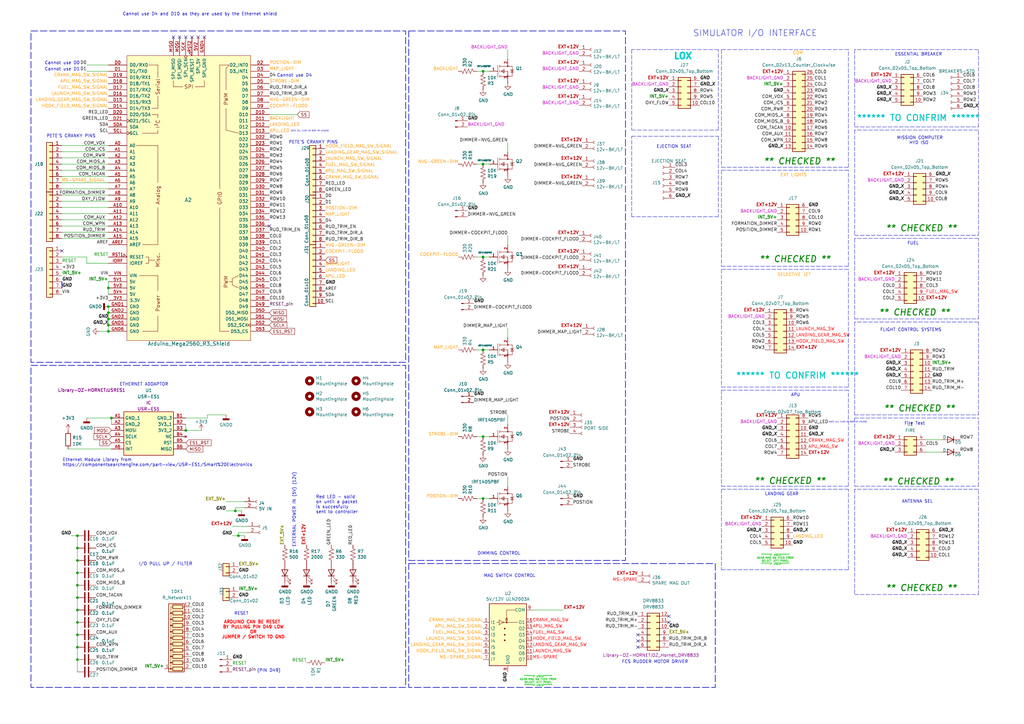
<source format=kicad_sch>
(kicad_sch (version 20231120) (generator "eeschema") (generator_version "8.0")
  (paper "A3")
  (junction (at 44.45 133.35))
  (junction (at 31.75 260.35))
  (junction (at 31.75 250.19))
  (junction (at 198.12 29.21))
  (junction (at 31.75 240.03))
  (junction (at 31.75 245.11))
  (junction (at 31.75 270.51))
  (junction (at 96.52 209.55))
  (junction (at 198.12 143.51))
  (junction (at 31.75 265.43))
  (junction (at 198.12 204.47))
  (junction (at 44.45 128.27))
  (junction (at 44.45 135.89))
  (junction (at 31.75 229.87))
  (junction (at 198.12 105.41))
  (junction (at 45.72 171.45))
  (junction (at 31.75 234.95))
  (junction (at 31.75 255.27))
  (junction (at 31.75 219.71))
  (junction (at 31.75 224.79))
  (junction (at 44.45 118.11))
  (junction (at 44.45 130.81))
  (junction (at 198.12 179.07))
  (junction (at 198.12 67.31))
  (junction (at 44.45 125.73))
  (junction (at 76.2 176.53))
  (junction (at 97.79 219.71))
  (no_connect (at 73.66 15.24))
  (no_connect (at 81.28 15.24))
  (no_connect (at 261.62 262.89))
  (no_connect (at 25.4 102.87))
  (no_connect (at 83.82 15.24))
  (no_connect (at 71.12 15.24))
  (no_connect (at 78.74 15.24))
  (no_connect (at 274.32 252.73))
  (no_connect (at 76.2 15.24))
  (no_connect (at 274.32 255.27))
  (no_connect (at 261.62 265.43))
  (no_connect (at 261.62 260.35))
  (no_connect (at 110.49 92.71))
  (wire (pts (xy 97.79 218.44) (xy 101.6 218.44)))
  (polyline (pts (xy 350.52 97.79) (xy 350.52 130.81)) (stroke (width 0) (type dash)))
  (wire (pts (xy 25.4 72.39) (xy 44.45 72.39)))
  (polyline (pts (xy 347.98 158.75) (xy 347.98 110.49)) (stroke (width 0) (type dash)))
  (polyline (pts (xy 295.91 233.68) (xy 347.98 233.68)) (stroke (width 0) (type dash)))
  (polyline (pts (xy 294.64 55.88) (xy 294.64 88.9)) (stroke (width 0) (type dash)))
  (polyline (pts (xy 401.32 200.66) (xy 350.52 200.66)) (stroke (width 0) (type dash)))
  (polyline (pts (xy 294.64 20.32) (xy 259.08 20.32)) (stroke (width 0) (type dash)))
  (wire (pts (xy 386.08 180.34) (xy 379.73 180.34)))
  (polyline (pts (xy 401.32 97.79) (xy 350.52 97.79)) (stroke (width 0) (type dash)))
  (polyline (pts (xy 347.98 199.39) (xy 347.98 160.02)) (stroke (width 0) (type dash)))
  (polyline (pts (xy 350.52 53.34) (xy 350.52 96.52)) (stroke (width 0) (type dash)))
  (wire (pts (xy 35.56 105.41) (xy 25.4 105.41)))
  (wire (pts (xy 25.4 95.25) (xy 44.45 95.25)))
  (polyline (pts (xy 347.98 233.68) (xy 347.98 200.66)) (stroke (width 0) (type dash)))
  (wire (pts (xy 195.58 29.21) (xy 198.12 29.21)))
  (wire (pts (xy 25.4 67.31) (xy 44.45 67.31)))
  (polyline (pts (xy 347.98 200.66) (xy 295.91 200.66)) (stroke (width 0) (type dash)))
  (polyline (pts (xy 295.91 200.66) (xy 295.91 233.68)) (stroke (width 0) (type dash)))
  (wire (pts (xy 44.45 128.27) (xy 44.45 130.81)))
  (polyline (pts (xy 350.52 171.45) (xy 401.32 171.45)) (stroke (width 0) (type dash)))
  (wire (pts (xy 35.56 107.95) (xy 35.56 105.41)))
  (wire (pts (xy 195.58 105.41) (xy 198.12 105.41)))
  (wire (pts (xy 25.4 80.01) (xy 44.45 80.01)))
  (wire (pts (xy 31.75 234.95) (xy 31.75 240.03)))
  (wire (pts (xy 76.2 171.45) (xy 85.09 171.45)))
  (wire (pts (xy 208.28 170.18) (xy 208.28 173.99)))
  (polyline (pts (xy 259.08 55.88) (xy 294.64 55.88)) (stroke (width 0) (type dash)))
  (wire (pts (xy 44.45 125.73) (xy 44.45 128.27)))
  (wire (pts (xy 78.74 259.08) (xy 77.47 259.08)))
  (polyline (pts (xy 347.98 109.22) (xy 347.98 69.85)) (stroke (width 0) (type dash)))
  (wire (pts (xy 35.56 29.21) (xy 44.45 29.21)))
  (wire (pts (xy 35.56 26.67) (xy 44.45 26.67)))
  (wire (pts (xy 31.75 255.27) (xy 31.75 260.35)))
  (polyline (pts (xy 401.32 53.34) (xy 350.52 53.34)) (stroke (width 0) (type dash)))
  (wire (pts (xy 195.58 179.07) (xy 198.12 179.07)))
  (wire (pts (xy 195.58 204.47) (xy 198.12 204.47)))
  (polyline (pts (xy 295.91 199.39) (xy 347.98 199.39)) (stroke (width 0) (type dash)))
  (wire (pts (xy 25.4 59.69) (xy 44.45 59.69)))
  (wire (pts (xy 31.75 265.43) (xy 31.75 270.51)))
  (wire (pts (xy 198.12 105.41) (xy 200.66 105.41)))
  (wire (pts (xy 45.72 171.45) (xy 45.72 173.99)))
  (wire (pts (xy 44.45 115.57) (xy 44.45 118.11)))
  (polyline (pts (xy 259.08 53.34) (xy 294.64 53.34)) (stroke (width 0) (type dash)))
  (polyline (pts (xy 295.91 20.32) (xy 295.91 68.58)) (stroke (width 0) (type dash)))
  (wire (pts (xy 25.4 74.93) (xy 44.45 74.93)))
  (wire (pts (xy 25.4 64.77) (xy 44.45 64.77)))
  (polyline (pts (xy 401.32 170.18) (xy 401.32 132.08)) (stroke (width 0) (type dash)))
  (wire (pts (xy 44.45 130.81) (xy 44.45 133.35)))
  (wire (pts (xy 25.4 69.85) (xy 44.45 69.85)))
  (wire (pts (xy 208.28 134.62) (xy 208.28 138.43)))
  (wire (pts (xy 92.71 205.74) (xy 100.33 205.74)))
  (polyline (pts (xy 350.52 130.81) (xy 401.32 130.81)) (stroke (width 0) (type dash)))
  (polyline (pts (xy 401.32 130.81) (xy 401.32 97.79)) (stroke (width 0) (type dash)))
  (wire (pts (xy 208.28 20.32) (xy 208.28 24.13)))
  (polyline (pts (xy 401.32 243.84) (xy 401.32 200.66)) (stroke (width 0) (type dash)))
  (wire (pts (xy 95.25 219.71) (xy 97.79 219.71)))
  (polyline (pts (xy 350.52 171.45) (xy 350.52 199.39)) (stroke (width 0) (type dash)))
  (polyline (pts (xy 401.32 20.32) (xy 350.52 20.32)) (stroke (width 0) (type dash)))
  (wire (pts (xy 78.74 254) (xy 77.47 254)))
  (wire (pts (xy 31.75 219.71) (xy 29.21 219.71)))
  (wire (pts (xy 92.71 209.55) (xy 96.52 209.55)))
  (wire (pts (xy 27.94 184.15) (xy 45.72 184.15)))
  (wire (pts (xy 25.4 62.23) (xy 44.45 62.23)))
  (polyline (pts (xy 295.91 69.85) (xy 295.91 109.22)) (stroke (width 0) (type dash)))
  (wire (pts (xy 25.4 97.79) (xy 44.45 97.79)))
  (wire (pts (xy 198.12 29.21) (xy 200.66 29.21)))
  (polyline (pts (xy 350.52 96.52) (xy 401.32 96.52)) (stroke (width 0) (type dash)))
  (polyline (pts (xy 350.52 132.08) (xy 350.52 170.18)) (stroke (width 0) (type dash)))
  (wire (pts (xy 78.74 274.32) (xy 77.47 274.32)))
  (wire (pts (xy 208.28 96.52) (xy 208.28 100.33)))
  (wire (pts (xy 198.12 179.07) (xy 200.66 179.07)))
  (wire (pts (xy 85.09 170.18) (xy 92.71 170.18)))
  (polyline (pts (xy 347.98 68.58) (xy 347.98 20.32)) (stroke (width 0) (type dash)))
  (wire (pts (xy 31.75 250.19) (xy 31.75 255.27)))
  (wire (pts (xy 31.75 245.11) (xy 31.75 250.19)))
  (wire (pts (xy 96.52 209.55) (xy 99.06 209.55)))
  (polyline (pts (xy 259.08 20.32) (xy 259.08 53.34)) (stroke (width 0) (type dash)))
  (wire (pts (xy 97.79 218.44) (xy 97.79 219.71)))
  (wire (pts (xy 25.4 87.63) (xy 44.45 87.63)))
  (wire (pts (xy 208.28 195.58) (xy 208.28 199.39)))
  (polyline (pts (xy 295.91 110.49) (xy 295.91 158.75)) (stroke (width 0) (type dash)))
  (wire (pts (xy 40.64 135.89) (xy 44.45 135.89)))
  (wire (pts (xy 218.44 250.19) (xy 231.14 250.19)))
  (polyline (pts (xy 347.98 160.02) (xy 295.91 160.02)) (stroke (width 0) (type dash)))
  (polyline (pts (xy 401.32 52.07) (xy 401.32 20.32)) (stroke (width 0) (type dash)))
  (wire (pts (xy 76.2 173.99) (xy 76.2 176.53)))
  (polyline (pts (xy 350.52 199.39) (xy 401.32 199.39)) (stroke (width 0) (type dash)))
  (wire (pts (xy 25.4 85.09) (xy 44.45 85.09)))
  (wire (pts (xy 25.4 77.47) (xy 44.45 77.47)))
  (wire (pts (xy 85.09 171.45) (xy 85.09 170.18)))
  (wire (pts (xy 208.28 58.42) (xy 208.28 62.23)))
  (wire (pts (xy 31.75 270.51) (xy 31.75 275.59)))
  (wire (pts (xy 44.45 107.95) (xy 35.56 107.95)))
  (polyline (pts (xy 295.91 160.02) (xy 295.91 199.39)) (stroke (width 0) (type dash)))
  (wire (pts (xy 97.79 219.71) (xy 100.33 219.71)))
  (wire (pts (xy 198.12 204.47) (xy 200.66 204.47)))
  (wire (pts (xy 121.92 46.99) (xy 110.49 46.99)))
  (wire (pts (xy 195.58 67.31) (xy 198.12 67.31)))
  (polyline (pts (xy 294.64 88.9) (xy 259.08 88.9)) (stroke (width 0) (type dash)))
  (wire (pts (xy 25.4 92.71) (xy 44.45 92.71)))
  (polyline (pts (xy 295.91 68.58) (xy 347.98 68.58)) (stroke (width 0) (type dash)))
  (wire (pts (xy 31.75 240.03) (xy 31.75 245.11)))
  (wire (pts (xy 25.4 90.17) (xy 44.45 90.17)))
  (wire (pts (xy 78.74 266.7) (xy 77.47 266.7)))
  (wire (pts (xy 96.52 208.28) (xy 100.33 208.28)))
  (polyline (pts (xy 295.91 158.75) (xy 347.98 158.75)) (stroke (width 0) (type dash)))
  (polyline (pts (xy 347.98 110.49) (xy 295.91 110.49)) (stroke (width 0) (type dash)))
  (polyline (pts (xy 295.91 109.22) (xy 347.98 109.22)) (stroke (width 0) (type dash)))
  (wire (pts (xy 25.4 82.55) (xy 44.45 82.55)))
  (wire (pts (xy 95.25 215.9) (xy 101.6 215.9)))
  (wire (pts (xy 78.74 271.78) (xy 77.47 271.78)))
  (wire (pts (xy 31.75 260.35) (xy 31.75 265.43)))
  (wire (pts (xy 386.08 185.42) (xy 379.73 185.42)))
  (polyline (pts (xy 294.64 53.34) (xy 294.64 20.32)) (stroke (width 0) (type dash)))
  (wire (pts (xy 78.74 256.54) (xy 77.47 256.54)))
  (wire (pts (xy 31.75 219.71) (xy 31.75 224.79)))
  (wire (pts (xy 31.75 224.79) (xy 31.75 229.87)))
  (wire (pts (xy 35.56 171.45) (xy 45.72 171.45)))
  (polyline (pts (xy 401.32 199.39) (xy 401.32 171.45)) (stroke (width 0) (type dash)))
  (wire (pts (xy 76.2 176.53) (xy 82.55 176.53)))
  (wire (pts (xy 195.58 143.51) (xy 198.12 143.51)))
  (polyline (pts (xy 350.52 20.32) (xy 350.52 52.07)) (stroke (width 0) (type dash)))
  (wire (pts (xy 78.74 251.46) (xy 77.47 251.46)))
  (wire (pts (xy 198.12 143.51) (xy 200.66 143.51)))
  (polyline (pts (xy 259.08 88.9) (xy 259.08 55.88)) (stroke (width 0) (type dash)))
  (polyline (pts (xy 350.52 200.66) (xy 350.52 243.84)) (stroke (width 0) (type dash)))
  (polyline (pts (xy 401.32 132.08) (xy 350.52 132.08)) (stroke (width 0) (type dash)))
  (wire (pts (xy 78.74 248.92) (xy 77.47 248.92)))
  (polyline (pts (xy 347.98 69.85) (xy 295.91 69.85)) (stroke (width 0) (type dash)))
  (polyline (pts (xy 347.98 20.32) (xy 295.91 20.32)) (stroke (width 0) (type dash)))
  (wire (pts (xy 44.45 118.11) (xy 44.45 120.65)))
  (wire (pts (xy 78.74 261.62) (xy 77.47 261.62)))
  (polyline (pts (xy 350.52 52.07) (xy 401.32 52.07)) (stroke (width 0) (type dash)))
  (wire (pts (xy 31.75 229.87) (xy 31.75 234.95)))
  (wire (pts (xy 198.12 67.31) (xy 200.66 67.31)))
  (wire (pts (xy 78.74 269.24) (xy 77.47 269.24)))
  (polyline (pts (xy 401.32 96.52) (xy 401.32 53.34)) (stroke (width 0) (type dash)))
  (bus (pts (xy 25.4 115.57) (xy 25.4 118.11)))
  (polyline (pts (xy 350.52 170.18) (xy 401.32 170.18)) (stroke (width 0) (type dash)))
  (wire (pts (xy 44.45 133.35) (xy 44.45 135.89)))
  (wire (pts (xy 96.52 208.28) (xy 96.52 209.55)))
  (polyline (pts (xy 350.52 243.84) (xy 401.32 243.84)) (stroke (width 0) (type dash)))
  (wire (pts (xy 78.74 264.16) (xy 77.47 264.16)))
  (rectangle (start 12.7 149.86) (end 166.37 281.94) (stroke (width 0.254) (type dash)))
  (rectangle (start 167.64 12.7) (end 256.54 229.87) (stroke (width 0.254) (type dash)))
  (rectangle (start 167.64 231.14) (end 293.37 281.94) (stroke (width 0.254) (type dash)))
  (rectangle (start 12.7 12.7) (end 166.37 148.59) (stroke (width 0.254) (type dash)))
  (text "ANTENNA SEL" (at 369.824 206.502 0) (effects (font (size 1.27 1.27)) (justify left bottom)))
  (text "** CHECKED **" (at 377.952 95.25 0) (effects (font (size 2.54 2.54) (thickness 0.381) (bold yes) (italic yes)) (justify bottom)))
  (text "(NOTE WILL FLASH ON BOOT OR UPLOAD)" (at 339.852 173.482 0) (effects (font (size 0.5 0.5) (italic yes)) (justify left bottom)))
  (text "** CHECKED **" (at 377.19 169.164 0) (effects (font (size 2.54 2.54) (thickness 0.381) (bold yes) (italic yes)) (justify bottom)))
  (text "EJECTION SEAT" (at 269.24 60.96 0) (effects (font (size 1.27 1.27)) (justify left bottom)))
  (text "EXT LIGHTS" (at 320.04 72.644 0) (effects (font (size 1.27 1.27)) (justify left bottom)))
  (text "** CHECKED **" (at 326.136 107.95 0) (effects (font (size 2.54 2.54) (thickness 0.381) (bold yes) (italic yes)) (justify bottom)))
  (text "COM" (at 325.12 22.606 0) (effects (font (size 1.27 1.27)) (justify left bottom)))
  (text "** CHECKED **" (at 376.682 199.136 0) (effects (font (size 2.54 2.54) (thickness 0.381) (bold yes) (italic yes)) (justify bottom)))
  (text "Fire Test" (at 370.84 174.498 0) (effects (font (size 1.27 1.27)) (justify left bottom)))
  (text "FLIGHT CONTROL SYSTEMS" (at 360.934 136.144 0) (effects (font (size 1.27 1.27)) (justify left bottom)))
  (text "** CHECKED **" (at 324.104 198.882 0) (effects (font (size 2.54 2.54) (thickness 0.381) (bold yes) (italic yes)) (justify bottom)))
  (text "PETE'S CRANKY PINS" (at 118.364 59.182 0) (effects (font (size 1.27 1.27)) (justify left bottom)))
  (text "******IF USED******\nGEAR MAG SW FEED FROM\nSELECT JETT PANEL\n******IF USED******" (at 220.726 281.686 0) (effects (font (size 0.762 0.762)) (justify bottom)))
  (text "SIMULATOR I/O INTERFACE" (at 284.226 15.24 0) (effects (font (size 2.54 2.54)) (justify left bottom)))
  (text "EXTERNAL POWER IN (5V) (12V)" (at 121.412 224.536 90) (effects (font (size 1.27 1.27)) (justify left bottom)))
  (text "RESET" (at 96.012 252.476 0) (effects (font (size 1.27 1.27)) (justify left bottom)))
  (text "(NOTE WILL FLASH ON BOOT OR UPLOAD)" (at 119.126 54.102 0) (effects (font (size 0.5 0.5) (italic yes)) (justify left bottom)))
  (text "****** TO CONFRIM ******" (at 327.152 155.702 0) (effects (font (size 2.54 2.54) (thickness 0.381) (bold yes)) (justify bottom)))
  (text "FUEL" (at 372.11 100.584 0) (effects (font (size 1.27 1.27)) (justify left bottom)))
  (text "APU" (at 324.358 162.814 0) (effects (font (size 1.27 1.27)) (justify left bottom)))
  (text "I/O PULL UP / FILTER" (at 56.896 232.156 0) (effects (font (size 1.27 1.27)) (justify left bottom)))
  (text "Cannot use D1" (at 18.288 29.21 0) (effects (font (size 1.27 1.27)) (justify left bottom)))
  (text "** CHECKED **" (at 327.914 67.818 0) (effects (font (size 2.54 2.54) (thickness 0.381) (bold yes) (italic yes)) (justify bottom)))
  (text "Cannot use D0" (at 18.288 26.67 0) (effects (font (size 1.27 1.27)) (justify left bottom)))
  (text "ESSENTIAL BREAKER" (at 367.03 23.114 0) (effects (font (size 1.27 1.27)) (justify left bottom)))
  (text "FCS RUDDER MOTOR DRIVER" (at 255.016 272.288 0) (effects (font (size 1.27 1.27)) (justify left bottom)))
  (text "PETE'S CRANKY PINS" (at 19.05 56.642 0) (effects (font (size 1.27 1.27)) (justify left bottom)))
  (text "LOX" (at 276.098 24.638 0) (effects (font (size 2.54 2.54) (thickness 0.762) (bold yes)) (justify left bottom)))
  (text "HYD ISO" (at 372.872 59.436 0) (effects (font (size 1.27 1.27)) (justify left bottom)))
  (text "DIMMING CONTROL" (at 195.834 227.838 0) (effects (font (size 1.27 1.27)) (justify left bottom)))
  (text "ARDUINO CAN BE RESET \nBY PULLING PIN D49 LOW\nOR\nJUMPER / SWITCH TO GND" (at 103.886 262.128 0) (effects (font (size 1.27 1.27) (thickness 0.254) (bold yes)) (justify bottom)))
  (text "ETHERNET ADDAPTOR" (at 49.022 158.496 0) (effects (font (size 1.27 1.27)) (justify left bottom)))
  (text "\n" (at 317.5 160.02 0) (effects (font (size 1.27 1.27)) (justify left bottom)))
  (text "** CHECKED **" (at 377.952 242.824 0) (effects (font (size 2.54 2.54) (thickness 0.381) (bold yes) (italic yes)) (justify bottom)))
  (text "SELECTIVE JET" (at 318.77 113.538 0) (effects (font (size 1.27 1.27)) (justify left bottom)))
  (text "Cannot use D4" (at 113.538 31.75 0) (effects (font (size 1.27 1.27)) (justify left bottom)))
  (text "****** TO CONFRIM ******" (at 376.682 50.038 0) (effects (font (size 2.54 2.54) (thickness 0.381) (bold yes)) (justify bottom)))
  (text "Ethernet Module Library from \nhttps://componentsearchengine.com/part-view/USR-ES1/Smart%20Electronics" (at 25.654 191.516 0) (effects (font (size 1.27 1.27)) (justify left bottom)))
  (text "Red LED - solid\non until a packet\nis succesfully \nsent to controller" (at 129.54 210.82 0) (effects (font (size 1.27 1.27)) (justify left bottom)))
  (text "(PIN D49)" (at 105.41 275.844 0) (effects (font (size 1.27 1.27)) (justify left bottom)))
  (text "MAG SWITCH CONTROL" (at 198.374 236.982 0) (effects (font (size 1.27 1.27)) (justify left bottom)))
  (text "Cannot use D4 and D10 as they are used by the Ethernet shield" (at 50.292 6.604 0) (effects (font (size 1.27 1.27)) (justify left bottom)))
  (text "******IF USED******\nGEAR MAG SW FEED FROM\nSELECT JETT PANEL\n******IF USED******" (at 318.008 231.902 0) (effects (font (size 0.762 0.762)) (justify bottom)))
  (text "LANDING GEAR" (at 313.69 203.454 0) (effects (font (size 1.27 1.27)) (justify left bottom)))
  (text "** CHECKED **" (at 375.158 129.794 0) (effects (font (size 2.54 2.54) (thickness 0.381) (bold yes) (italic yes)) (justify bottom)))
  (text "MISSION COMPUTER" (at 367.792 57.404 0) (effects (font (size 1.27 1.27)) (justify left bottom)))
  (label "GND_X" (at 383.54 72.39 0) (effects (font (thickness 0.254) (bold yes) (italic yes))))
  (label "BACKLIGHT_GND" (at 367.03 115.57 180))
  (label "HOOK_FIELD_MAG_SW_SIGNAL" (at 133.35 60.96 0))
  (label "APU_LED" (at 110.49 54.61 0))
  (label "CRANK_MAG_SW_SIGNAL" (at 133.35 73.66 0))
  (label "COL10" (at 287.02 43.18 0))
  (label "EXT+12V" (at 233.68 170.18 180) (effects (font (thickness 0.254) (bold yes))))
  (label "BACKLIGHT_GND" (at 318.77 87.63 180))
  (label "LAUNCH_MAG_SW_SIGNAL" (at 44.45 39.37 180))
  (label "COL10" (at 369.57 160.02 180))
  (label "EXT+12V" (at 231.14 250.19 0) (effects (font (thickness 0.254) (bold yes))))
  (label "GND_X" (at 372.11 226.06 180) (effects (font (thickness 0.254) (bold yes) (italic yes))))
  (label "COM_ICS" (at 321.31 43.18 180))
  (label "GND" (at 97.79 245.11 0) (effects (font (thickness 0.254) (bold yes) (italic yes))))
  (label "FUEL_MAG_SW_SIGNAL" (at 44.45 36.83 180))
  (label "ROW9" (at 110.49 80.01 0))
  (label "COL0" (at 78.74 248.92 0))
  (label "GND_X" (at 365.76 41.91 180) (effects (font (thickness 0.254) (bold yes) (italic yes))))
  (label "COM_RWR" (at 39.37 229.87 0))
  (label "ROW7" (at 276.86 73.66 0))
  (label "ROW2" (at 382.27 144.78 0))
  (label "BACKLIGHT_GND" (at 274.32 35.56 180))
  (label "EXT+12V" (at 237.49 34.29 180) (effects (font (thickness 0.254) (bold yes))))
  (label "ROW0" (at 110.49 57.15 0))
  (label "RUD_TRIM_DIR_B" (at 274.32 262.89 0))
  (label "COL3" (at 276.86 68.58 0))
  (label "CRANK_MAG_SW" (at 331.47 181.61 0))
  (label "EXT+12V" (at 365.76 31.75 180) (effects (font (thickness 0.254) (bold yes))))
  (label "LAUNCH_MAG_SW_SIGNAL" (at 198.12 262.89 180))
  (label "COM_VOX" (at 321.31 40.64 180))
  (label "ROW12" (at 384.81 220.98 0))
  (label "COM_MIDS_B" (at 321.31 50.8 180))
  (label "ROW9" (at 334.01 60.96 0))
  (label "ROW1" (at 110.49 59.69 0))
  (label "STROBE" (at 234.95 191.77 0))
  (label "GND" (at 191.77 86.36 0) (effects (font (thickness 0.254) (bold yes) (italic yes))))
  (label "OXY_FLOW" (at 43.18 82.55 180))
  (label "GND_X" (at 370.84 82.55 180) (effects (font (thickness 0.254) (bold yes) (italic yes))))
  (label "EXT+12V" (at 331.47 186.69 0) (effects (font (thickness 0.254) (bold yes))))
  (label "COM_TACAN" (at 43.18 72.39 180))
  (label "GND_X" (at 312.42 218.44 180) (effects (font (thickness 0.254) (bold yes) (italic yes))))
  (label "NVG-GREEN-DIM" (at 187.96 67.31 180))
  (label "EXT+12V" (at 125.73 223.52 90) (effects (font (thickness 0.254) (bold yes))))
  (label "DIMMER_MAP_LIGHT" (at 194.31 165.1 0))
  (label "INT_5V+" (at 25.4 113.03 0) (effects (font (thickness 0.254) (bold yes))))
  (label "NVG-GREEN-DIM" (at 133.35 101.6 0))
  (label "COL0" (at 110.49 97.79 0))
  (label "FORMATION_DIMMER" (at 43.18 80.01 180))
  (label "EXT+12V" (at 237.49 40.64 180) (effects (font (thickness 0.254) (bold yes))))
  (label "EXT+12V" (at 233.68 175.26 180) (effects (font (thickness 0.254) (bold yes))))
  (label "COL8" (at 394.97 36.83 0))
  (label "POSTION-DIM" (at 133.35 86.36 0))
  (label "COL2" (at 78.74 254 0))
  (label "POSTION" (at 234.95 207.01 0))
  (label "POSITION_DIMMER" (at 43.18 97.79 180))
  (label "GND_X" (at 365.76 36.83 180) (effects (font (thickness 0.254) (bold yes) (italic yes))))
  (label "BACKLIGHT_GND" (at 369.57 147.32 180))
  (label "MS-SPARE_SIGNAL" (at 198.12 270.51 180))
  (label "RESET" (at 44.45 105.41 180))
  (label "GND" (at 331.47 176.53 0) (effects (font (thickness 0.254) (bold yes) (italic yes))))
  (label "ROW8" (at 110.49 77.47 0))
  (label "BACKLIGHT_GND" (at 318.77 173.99 180))
  (label "APU_MAG_SW" (at 218.44 257.81 0))
  (label "COL5" (at 78.74 261.62 0))
  (label "GND" (at 44.45 130.81 180) (effects (font (thickness 0.254) (bold yes) (italic yes))))
  (label "COM_MIDS_A" (at 39.37 234.95 0))
  (label "COM_ICS" (at 43.18 62.23 180))
  (label "DIMMER-NVG_GREEN" (at 208.28 58.42 180))
  (label "EXT_5V+" (at 274.32 260.35 0) (effects (font (thickness 0.254) (bold yes))))
  (label "ROW7" (at 110.49 74.93 0))
  (label "LANDING_GEAR_MAG_SW" (at 218.44 265.43 0))
  (label "ROW5" (at 110.49 69.85 0))
  (label "+3V3" (at 25.4 110.49 0))
  (label "BACKLIGHT_GND" (at 237.49 22.86 180))
  (label "FORMATION_DIMMER" (at 39.37 250.19 0))
  (label "COL1" (at 110.49 100.33 0))
  (label "LAUNCH_MAG_SW" (at 218.44 267.97 0))
  (label "RUD_TRIM_DIR_A" (at 133.35 96.52 0))
  (label "GND_X" (at 274.32 38.1 180) (effects (font (thickness 0.254) (bold yes) (italic yes))))
  (label "DIMMER-COCKPIT_FLOOD" (at 208.28 96.52 180))
  (label "ROW1" (at 334.01 40.64 0))
  (label "COCKPIT-FLOOD" (at 187.96 105.41 180))
  (label "ROW7" (at 334.01 55.88 0))
  (label "SDA" (at 44.45 52.07 180))
  (label "CRANK_MAG_SW_SIGNAL" (at 198.12 255.27 180))
  (label "EXT+12V" (at 326.39 143.51 0) (effects (font (thickness 0.254) (bold yes))))
  (label "EXT+12V" (at 274.32 33.02 180) (effects (font (thickness 0.254) (bold yes))))
  (label "ROW8" (at 276.86 76.2 0))
  (label "VIN" (at 25.4 120.65 0))
  (label "EXT+12V" (at 238.76 134.62 180) (effects (font (thickness 0.254) (bold yes))))
  (label "APU_LED" (at 133.35 114.3 0))
  (label "COL10" (at 110.49 123.19 0))
  (label "EXT_5V+" (at 97.79 232.41 0) (effects (font (thickness 0.254) (bold yes))))
  (label "GND" (at 382.27 154.94 0) (effects (font (thickness 0.254) (bold yes) (italic yes))))
  (label "INT_5V+" (at 318.77 90.17 180) (effects (font (thickness 0.254) (bold yes))))
  (label "COM_WPN" (at 39.37 265.43 0))
  (label "COM_MIDS_A" (at 43.18 67.31 180))
  (label "COL4" (at 110.49 107.95 0))
  (label "ROW11" (at 325.12 215.9 0))
  (label "RESET_pin" (at 95.25 275.59 0))
  (label "EXT+12V" (at 367.03 113.03 180) (effects (font (thickness 0.254) (bold yes))))
  (label "ROW2" (at 378.46 41.91 0))
  (label "ROW7" (at 393.7 180.34 0))
  (label "MS-SPARE_SIGNAL" (at 43.18 74.93 180))
  (label "ROW9" (at 276.86 78.74 0))
  (label "ROW8" (at 334.01 58.42 0))
  (label "COL9" (at 331.47 87.63 0))
  (label "GND_X" (at 369.57 149.86 180) (effects (font (thickness 0.254) (bold yes) (italic yes))))
  (label "COL6" (at 318.77 181.61 180))
  (label "GND" (at 95.25 270.51 0) (effects (font (thickness 0.254) (bold yes) (italic yes))))
  (label "BACKLIGHT" (at 110.49 49.53 0))
  (label "DIMMER-COCKPIT_FLOOD" (at 237.49 106.68 180))
  (label "BACKLIGHT" (at 187.96 29.21 180))
  (label "CRANK_MAG_SW" (at 218.44 255.27 0))
  (label "D0" (at 133.35 81.28 0))
  (label "INT_5V+" (at 44.45 115.57 180) (effects (font (thickness 0.254) (bold yes))))
  (label "OXY_FLOW" (at 39.37 255.27 0))
  (label "BACKLIGHT_GND" (at 313.69 130.81 180))
  (label "COL6" (at 378.46 31.75 0))
  (label "DIMMER-COCKPIT_FLOOD" (at 237.49 99.06 180))
  (label "ROW2" (at 334.01 43.18 0))
  (label "INT_5V+" (at 274.32 40.64 180) (effects (font (thickness 0.254) (bold yes))))
  (label "RUD_TRIM" (at 43.18 95.25 180))
  (label "GND" (at 234.95 204.47 0) (effects (font (thickness 0.254) (bold yes) (italic yes))))
  (label "ROW13" (at 384.81 223.52 0))
  (label "COL7" (at 110.49 115.57 0))
  (label "EXT_5V+" (at 116.84 223.52 90) (effects (font (thickness 0.254) (bold yes))))
  (label "RUD_TRIM_EN" (at 261.62 252.73 180))
  (label "ROW3" (at 382.27 147.32 0))
  (label "RUD_TRIM_M-" (at 261.62 257.81 180))
  (label "GND" (at 321.31 38.1 180) (effects (font (thickness 0.254) (bold yes) (italic yes))))
  (label "D1" (at 133.35 83.82 0))
  (label "EXT+12V" (at 237.49 20.32 180) (effects (font (thickness 0.254) (bold yes))))
  (label "EXT+12V" (at 318.77 171.45 180) (effects (font (thickness 0.254) (bold yes))))
  (label "GND" (at 29.21 219.71 180) (effects (font (thickness 0.254) (bold yes) (italic yes))))
  (label "BACKLIGHT_GND" (at 237.49 29.21 180))
  (label "RUD_TRIM_EN" (at 110.49 95.25 0))
  (label "EXT+12V" (at 238.76 58.42 180) (effects (font (thickness 0.254) (bold yes))))
  (label "RESET" (at 95.25 273.05 0))
  (label "INT_5V+" (at 133.35 271.78 0) (effects (font (thickness 0.254) (bold yes))))
  (label "COL3" (at 78.74 256.54 0))
  (label "ROW8" (at 393.7 185.42 0))
  (label "GND_X" (at 372.11 228.6 180) (effects (font (thickness 0.254) (bold yes) (italic yes))))
  (label "ROW6" (at 110.49 72.39 0))
  (label "ROW0" (at 334.01 38.1 0))
  (label "GND_X" (at 325.12 218.44 0) (effects (font (thickness 0.254) (bold yes) (italic yes))))
  (label "BACKLIGHT_GND" (at 370.84 74.93 180))
  (label "EXT+12V" (at 318.77 85.09 180) (effects (font (thickness 0.254) (bold yes))))
  (label "COM_VOX" (at 43.18 59.69 180))
  (label "ROW12" (at 110.49 87.63 0))
  (label "EXT+12V" (at 379.73 123.19 0) (effects (font (thickness 0.254) (bold yes))))
  (label "COL10" (at 331.47 90.17 0))
  (label "DIMMER_MAP_LIGHT" (at 238.76 137.16 180))
  (label "EXT+12V" (at 237.49 104.14 180) (effects (font (thickness 0.254) (bold yes))))
  (label "EXT+12V" (at 95.25 215.9 180) (effects (font (thickness 0.254) (bold yes))))
  (label "GND_X" (at 331.47 179.07 0) (effects (font (thickness 0.254) (bold yes) (italic yes))))
  (label "ROW13" (at 110.49 90.17 0))
  (label "COL5" (at 110.49 110.49 0))
  (label "COL5" (at 313.69 138.43 180))
  (label "COM_AUX" (at 39.37 260.35 0))
  (label "LANDING_GEAR_MAG_SW_SIGNAL" (at 44.45 41.91 180))
  (label "APU_MAG_SW_SIGNAL" (at 133.35 71.12 0))
  (label "ROW3" (at 378.46 39.37 0))
  (label "ROW4" (at 318.77 186.69 180))
  (label "COM_RWR" (at 321.31 45.72 180))
  (label "COL4" (at 78.74 259.08 0))
  (label "BACKLIGHT_GND" (at 208.28 20.32 180))
  (label "GND" (at 25.4 115.57 0) (effects (font (thickness 0.254) (bold yes) (italic yes))))
  (label "COM_MIDS_A" (at 321.31 48.26 180))
  (label "COL0" (at 367.03 118.11 180))
  (label "ROW4" (at 383.54 77.47 0))
  (label "COL6" (at 78.74 264.16 0))
  (label "COL7" (at 394.97 34.29 0))
  (label "LANDING_GEAR_MAG_SW_SIGNAL" (at 198.12 265.43 180))
  (label "GND" (at 92.71 209.55 180) (effects (font (thickness 0.254) (bold yes) (italic yes))))
  (label "ROW5" (at 287.02 40.64 0))
  (label "COL2" (at 110.49 102.87 0))
  (label "COL8" (at 110.49 118.11 0))
  (label "ROW5" (at 331.47 171.45 0))
  (label "EXT+12V" (at 261.62 236.22 180) (effects (font (thickness 0.254) (bold yes))))
  (label "HOOK_FIELD_MAG_SW" (at 326.39 140.97 0))
  (label "DIMMER-NVG_GREEN" (at 238.76 76.2 180))
  (label "POSITION_DIMMER" (at 39.37 275.59 0))
  (label "INT_5V+" (at 67.31 274.32 180) (effects (font (thickness 0.254) (bold yes))))
  (label "+3V3" (at 44.45 123.19 180))
  (label "AREF" (at 44.45 100.33 180))
  (label "COL1" (at 78.74 251.46 0))
  (label "GND_X" (at 394.97 44.45 0) (effects (font (thickness 0.254) (bold yes) (italic yes))))
  (label "COL7" (at 78.74 266.7 0))
  (label "STROBE-DIM" (at 187.96 179.07 180))
  (label "LAUNCH_MAG_SW" (at 326.39 135.89 0))
  (label "HOOK_FIELD_MAG_SW_SIGNAL" (at 198.12 267.97 180))
  (label "OXY_FLOW" (at 274.32 43.18 180))
  (label "RUD_TRIM_DIR_B" (at 133.35 99.06 0))
  (label "D0" (at 35.56 26.67 180))
  (label "RUD_TRIM_EN" (at 133.35 93.98 0))
  (label "COL4" (at 312.42 220.98 180))
  (label "RED_LED" (at 144.78 223.52 90))
  (label "GND_X" (at 369.57 154.94 180) (effects (font (thickness 0.254) (bold yes) (italic yes))))
  (label "BACKLIGHT_GND" (at 237.49 36.83 180))
  (label "COM_MIDS_B" (at 39.37 240.03 0))
  (label "RED_LED" (at 44.45 46.99 180))
  (label "ROW3" (at 313.69 143.51 180))
  (label "COL1" (at 384.81 228.6 0))
  (label "RUD_TRIM" (at 382.27 152.4 0))
  (label "COM_MIDS_B" (at 43.18 69.85 180))
  (label "MS-SPARE" (at 261.62 238.76 180))
  (label "ROW2" (at 394.97 41.91 0))
  (label "GND" (at 191.77 49.53 0) (effects (font (thickness 0.254) (bold yes) (italic yes))))
  (label "EXT+12V" (at 238.76 66.04 180) (effects (font (thickness 0.254) (bold yes))))
  (label "GND_X" (at 384.81 218.44 0) (effects (font (thickness 0.254) (bold yes) (italic yes))))
  (label "COM_WPN" (at 321.31 58.42 180))
  (label "FUEL_MAG_SW_SIGNAL" (at 198.12 260.35 180))
  (label "HOOK_FIELD_MAG_SW_SIGNAL" (at 44.45 44.45 180))
  (label "RED_LED" (at 133.35 76.2 0))
  (label "ROW2" (at 313.69 140.97 180))
  (label "GND_X" (at 367.03 185.42 180) (effects (font (thickness 0.254) (bold yes) (italic yes))))
  (label "EXT+12V" (at 237.49 96.52 180) (effects (font (thickness 0.254) (bold yes))))
  (label "POSTION-DIM" (at 110.49 26.67 0))
  (label "EXT+12V" (at 372.11 218.44 180) (effects (font (thickness 0.254) (bold yes))))
  (label "RESET" (at 25.4 107.95 0))
  (label "GND" (at 331.47 85.09 0) (effects (font (thickness 0.254) (bold yes) (italic yes))))
  (label "GND_X" (at 318.77 179.07 180) (effects (font (thickness 0.254) (bold yes) (italic yes))))
  (label "LANDING_LED" (at 133.35 111.76 0))
  (label "COL1" (at 334.01 33.02 0))
  (label "ROW3" (at 334.01 45.72 0))
  (label "COM_RWR" (at 43.18 64.77 180))
  (label "RUD_TRIM_M+" (at 382.27 157.48 0))
  (label "BACKLIGHT_GND" (at 321.31 33.02 180))
  (label "RUD_TRIM_DIR_A" (at 274.32 265.43 0))
  (label "GND_X" (at 372.11 223.52 180) (effects (font (thickness 0.254) (bold yes) (italic yes))))
  (label "COL2" (at 367.03 123.19 180))
  (label "MS-SPARE" (at 218.44 270.51 0))
  (label "COL7" (at 318.77 184.15 180))
  (label "MAP_LIGHT" (at 133.35 88.9 0))
  (label "LANDING_GEAR_MAG_SW" (at 326.39 138.43 0))
  (label "DIMMER-NVG_GREEN" (at 238.76 60.96 180))
  (label "GND_X" (at 365.76 39.37 180) (effects (font (thickness 0.254) (bold yes) (italic yes))))
  (label "EXT+12V" (at 312.42 213.36 180) (effects (font (thickness 0.254) (bold yes))))
  (label "COL9" (at 369.57 157.48 180))
  (label "ROW10" (at 110.49 82.55 0))
  (label "LANDING_LED" (at 110.49 52.07 0))
  (label "MAP_LIGHT" (at 110.49 29.21 0))
  (label "COL9" (at 78.74 271.78 0))
  (label "BACKLIGHT_GND" (at 367.03 182.88 180))
  (label "GND" (at 25.4 118.11 0) (effects (font (thickness 0.254) (bold yes) (italic yes))))
  (label "SCL" (at 44.45 54.61 180))
  (label "ROW10" (at 379.73 113.03 0))
  (label "EXT+12V" (at 367.03 180.34 180) (effects (font (thickness 0.254) (bold yes))))
  (label "ROW3" (at 394.97 39.37 0))
  (label "COL4" (at 276.86 71.12 0))
  (label "COM_AUX" (at 321.31 55.88 180))
  (label "INT_5V+" (at 97.79 242.57 0) (effects (font (thickness 0.254) (bold yes))))
  (label "ROW11" (at 110.49 85.09 0))
  (label "POSTION-DIM" (at 187.96 204.47 180))
  (label "FUEL_MAG_SW" (at 218.44 260.35 0))
  (label "ROW4" (at 287.02 38.1 0))
  (label "ROW1" (at 331.47 95.25 0))
  (label "ROW6" (at 326.39 133.35 0))
  (label "APU_LED" (at 331.47 173.99 0))
  (label "GND" (at 234.95 189.23 0) (effects (font (thickness 0.254) (bold yes) (italic yes))))
  (label "EXT+12V" (at 321.31 30.48 180) (effects (font (thickness 0.254) (bold yes))))
  (label "COL8" (at 383.54 82.55 0))
  (label "COL6" (at 110.49 113.03 0))
  (label "D4" (at 133.35 91.44 0))
  (label "VIN" (at 44.45 113.03 180))
  (label "COL3" (at 110.49 105.41 0))
  (label "GND_X" (at 369.57 152.4 180) (effects (font (thickness 0.254) (bold yes) (italic yes))))
  (label "ROW5" (at 326.39 130.81 0))
  (label "GND" (at 274.32 257.81 0) (effects (font (thickness 0.254) (bold yes) (italic yes))))
  (label "LANDING_GEAR_MAG_SW_SIGNAL" (at 133.35 63.5 0))
  (label "APU_MAG_SW_SIGNAL" (at 44.45 34.29 180))
  (label "COL10" (at 78.74 274.32 0))
  (label "GND_X" (at 370.84 80.01 180) (effects (font (thickness 0.254) (bold yes) (italic yes))))
  (label "EXT+12V" (at 369.57 144.78 180) (effects (font (thickness 0.254) (bold yes))))
  (label "COL0" (at 334.01 30.48 0))
  (label "RESET_pin" (at 110.49 125.73 0))
  (label "BACKLIGHT_GND" (at 237.49 43.18 180))
  (label "COL1" (at 367.03 120.65 180))
  (label "EXT+12V" (at 237.49 26.67 180) (effects (font (thickness 0.254) (bold yes))))
  (label "RUD_TRIM_DIR_B" (at 110.49 39.37 0))
  (label "BACKLIGHT_GND" (at 312.42 215.9 180))
  (label "COL6" (at 394.97 31.75 0))
  (label "LAUNCH_MAG_SW_SIGNAL" (at 133.35 66.04 0))
  (label "GREEN_LED" (at 44.45 49.53 180))
  (label "D4" (at 110.49 31.75 0))
  (label "RUD_TRIM_DIR_A" (at 110.49 36.83 0))
  (label "FUEL_MAG_SW" (at 379.73 120.65 0))
  (label "BACKLIGHT_GND" (at 191.77 52.07 0))
  (label "GREEN_LED" (at 135.89 223.52 90))
  (label "EXT+12V" (at 238.76 73.66 180) (effects (font (thickness 0.254) (bold yes))))
  (label "COM_WPN" (at 43.18 92.71 180))
  (label "COL9" (at 383.54 80.01 0))
  (label "RUD_TRIM_M+" (at 261.62 255.27 180))
  (label "ROW4" (at 334.01 48.26 0))
  (label "ROW5" (at 334.01 50.8 0))
  (label "COM_ICS" (at 39.37 224.79 0))
  (label "APU_MAG_SW" (at 331.47 184.15 0))
  (label "POSTION" (at 233.68 172.72 180))
  (label "COL4" (at 313.69 135.89 180))
  (label "GND" (at 194.31 124.46 0) (effects (font (thickness 0.254) (bold yes) (italic yes))))
  (label "RESET" (at 125.73 271.78 180))
  (label "ROW2" (at 110.49 62.23 0))
  (label "CRANK_MAG_SW_SIGNAL" (at 44.45 31.75 180))
  (label "ROW3" (at 110.49 64.77 0))
  (label "ROW11" (at 379.73 115.57 0))
  (label "COL5" (at 312.42 223.52 180))
  (label "EXT+12V" (at 313.69 128.27 180) (effects (font (thickness 0.254) (bold yes))))
  (label "RUD_TRIM" (at 39.37 270.51 0))
  (label "GND" (at 133.35 116.84 0) (effects (font (thickness 0.254) (bold yes) (italic yes))))
  (label "GND_X" (at 276.86 81.28 0) (effects (font (thickness 0.254) (bold yes) (italic yes))))
  (label "INT_5V+" (at 321.31 35.56 180) (effects (font (thickness 0.254) (bold yes))))
  (label "ROW5" (at 383.54 74.93 0))
  (label "INT_5V+" (at 382.27 149.86 0) (effects (font (thickness 0.254) (bold yes))))
  (label "DIMMER-NVG_GREEN" (at 191.77 88.9 0))
  (label "DIMMER-NVG_GREEN" (at 238.76 68.58 180))
  (label "GND_X" (at 287.02 35.56 0) (effects (font (thickness 0.254) (bold yes) (italic yes))))
  (label "COCKPIT-FLOOD" (at 133.35 104.14 0))
  (label "COL3" (at 313.69 133.35 180))
  (label "ROW4" (at 326.39 128.27 0))
  (label "NVG-GREEN-DIM" (at 110.49 41.91 0))
  (label "GND" (at 208.28 275.59 270) (effects (font (thickness 0.254) (bold yes) (italic yes))))
  (label "COL3" (at 379.73 118.11 0))
  (label "DIMMER_MAP_LIGHT" (at 208.28 134.62 180))
  (label "EXT+12V" (at 237.49 110.49 180) (effects (font (thickness 0.254) (bold yes))))
  (label "COM_VOX" (at 39.37 219.71 0))
  (label "FORMATION_DIMMER" (at 318.77 92.71 180))
  (label "ROW10" (at 325.12 213.36 0))
  (label "EXT_5V+" (at 92.71 205.74 180) (effects (font (thickness 0.254) (bold yes))))
  (label "GND_X" (at 370.84 77.47 180) (effects (font (thickness 0.254) (bold yes) (italic yes))))
  (label "GND_X" (at 44.45 133.35 180) (effects (font (thickness 0.254) (bold yes) (italic yes))))
  (label "COL9" (at 110.49 120.65 0))
  (label "AREF" (at 133.35 119.38 0))
  (label "COCKPIT-FLOOD" (at 110.49 44.45 0))
  (label "COM_TACAN" (at 321.31 53.34 180))
  (label "D1" (at 35.56 29.21 180))
  (label "BACKLIGHT_GND" (at 372.11 220.98 180))
  (label "ROW4" (at 110.49 67.31 0))
  (label "GND" (at 97.79 234.95 0) (effects (font (thickness 0.254) (bold yes) (italic yes))))
  (label "COL5" (at 379.73 182.88 0))
  (label "GND" (at 95.25 219.71 180) (effects (font (thickness 0.254) (bold yes) (italic yes))))
  (label "ROW0" (at 331.47 92.71 0))
  (label "STROBE" (at 208.28 170.18 180))
  (label "SCL" (at 133.35 124.46 0))
  (label "COL8" (at 378.46 36.83 0))
  (label "RUD_TRIM_M-" (at 382.27 160.02 0))
  (label "APU_MAG_SW_SIGNAL" (at 198.12 257.81 180))
  (label "HOOK_FIELD_MAG_SW" (at 218.44 262.89 0))
  (label "DIMMER-COCKPIT_FLOOD" (at 194.31 127 0))
  (label "STROBE-DIM" (at 110.49 34.29 0))
  (label "COM_TACAN" (at 39.37 245.11 0))
  (label "GND_X" (at 318.77 176.53 180) (effects (font (thickness 0.254) (bold yes) (italic yes))))
  (label "COL2" (at 334.01 35.56 0))
  (label "POSITION_DIMMER" (at 318.77 95.25 180))
  (label "COL0" (at 384.81 226.06 0))
  (label "COL7" (at 378.46 34.29 0))
  (label "FUEL_MAG_SW_SIGNAL" (at 133.35 68.58 0))
  (label "STROBE" (at 233.68 177.8 180))
  (label "GND" (at 325.12 223.52 0) (effects (font (thickness 0.254) (bold yes) (italic yes))))
  (label "COM_AUX" (at 43.18 90.17 180))
  (label "LANDING_LED" (at 325.12 220.98 0))
  (label "BACKLIGHT_GND" (at 365.76 34.29 180))
  (label "COL8" (at 78.74 269.24 0))
  (label "GND_X" (at 321.31 60.96 180) (effects (font (thickness 0.254) (bold yes) (italic yes))))
  (label "GND" (at 194.31 162.56 0) (effects (font (thickness 0.254) (bold yes) (italic yes))))
  (label "DIMMER-COCKPIT_FLOOD" (at 237.49 113.03 180))
  (label "EXT+12V" (at 370.84 72.39 180) (effects (font (thickness 0.254) (bold yes))))
  (label "BACKLIGHT" (at 133.35 109.22 0))
  (label "MAP_LIGHT" (at 187.96 143.51 180))
  (label "GREEN_LED" (at 133.35 78.74 0))
  (label "SDA" (at 133.35 121.92 0))
  (label "POSTION" (at 208.28 195.58 180))
  (label "ROW6" (at 334.01 53.34 0))
  (label "GND" (at 287.02 33.02 0) (effects (font (thickness 0.254) (bold yes) (italic yes))))
  (global_label "ES1_RST" (shape input) (at 76.2 181.61 0) (property "Intersheetrefs" "${INTERSHEET_REFS}" (effects (hide yes))))
  (global_label "MISO" (shape input) (at 110.49 128.27 0) (property "Intersheetrefs" "${INTERSHEET_REFS}" (effects (hide yes))))
  (global_label "SCLK" (shape input) (at 45.72 179.07 180) (property "Intersheetrefs" "${INTERSHEET_REFS}" (effects (hide yes))))
  (global_label "SS" (shape input) (at 121.92 46.99 0) (property "Intersheetrefs" "${INTERSHEET_REFS}" (effects (hide yes))))
  (global_label "SS" (shape input) (at 45.72 181.61 180) (property "Intersheetrefs" "${INTERSHEET_REFS}" (effects (hide yes))))
  (global_label "MISO" (shape input) (at 76.2 184.15 0) (property "Intersheetrefs" "${INTERSHEET_REFS}" (effects (hide yes))))
  (global_label "ES1_RST" (shape input) (at 110.49 135.89 0) (property "Intersheetrefs" "${INTERSHEET_REFS}" (effects (hide yes))))
  (global_label "MOSI" (shape input) (at 45.72 176.53 180) (property "Intersheetrefs" "${INTERSHEET_REFS}" (effects (hide yes))))
  (global_label "SCLK" (shape input) (at 110.49 133.35 0) (property "Intersheetrefs" "${INTERSHEET_REFS}" (effects (hide yes))))
  (global_label "SS" (shape input) (at 133.35 106.68 0) (property "Intersheetrefs" "${INTERSHEET_REFS}" (effects (hide yes))))
  (global_label "MOSI" (shape input) (at 110.49 130.81 0) (property "Intersheetrefs" "${INTERSHEET_REFS}" (effects (hide yes))))
  (symbol (lib_id "Arduino_NW_Template-rescue:GND-power") (at 198.12 113.03 0) (unit 1)
    (property "Reference" "#PWR021" (effects (hide yes)))
    (property "Value" "GND" (effects (hide yes)))
  )
  (symbol (lib_id "Connector_Generic:Conn_01x08") (at 20.32 67.31 0) (mirror y) (unit 1)
    (property "Reference" "J18" (at 17.78 67.3099 0) (effects (justify left)))
    (property "Value" "Conn_01x08" (effects (hide yes)))
    (property "Footprint" "Connector_PinHeader_2.54mm:PinHeader_1x08_P2.54mm_Vertical" (effects (hide yes)))
    (property "Description" "Generic connector, single row, 01x08, script generated (kicad-library-utils/schlib/autogen/connector/)" (effects (hide yes)))
  )
  (symbol (lib_id "Device:R_US") (at 198.12 109.22 0) (mirror x) (unit 1)
    (property "Reference" "R21" (at 199.8472 110.3884 0) (effects (justify left)))
    (property "Value" "10K" (at 199.8472 108.077 0) (effects (justify left)))
    (property "Footprint" "Resistor_THT:R_Axial_DIN0204_L3.6mm_D1.6mm_P7.62mm_Horizontal" (effects (hide yes)))
  )
  (symbol (lib_id "Device:R_US") (at 198.12 208.28 0) (mirror x) (unit 1)
    (property "Reference" "R11" (at 199.8472 209.4484 0) (effects (justify left)))
    (property "Value" "10K" (at 199.8472 207.137 0) (effects (justify left)))
    (property "Footprint" "Resistor_THT:R_Axial_DIN0204_L3.6mm_D1.6mm_P7.62mm_Horizontal" (effects (hide yes)))
  )
  (symbol (lib_id "Connector:Conn_01x02_Pin") (at 229.87 204.47 0) (unit 1)
    (property "Reference" "J44" (at 230.505 199.39 0))
    (property "Value" "Conn_01x02_Pin" (at 230.505 201.93 0))
    (property "Footprint" "Connector_PinHeader_2.54mm:PinHeader_1x02_P2.54mm_Vertical" (effects (hide yes)))
    (property "Description" "Generic connector, single row, 01x02, script generated" (effects (hide yes)))
  )
  (symbol (lib_id "Mechanical:MountingHole") (at 146.05 162.56 0) (unit 1)
    (property "Reference" "H5" (at 148.59 161.3916 0) (effects (justify left)))
    (property "Value" "MountingHole" (at 148.59 163.703 0) (effects (justify left)))
    (property "Footprint" "MountingHole:MountingHole_3.2mm_M3" (effects (hide yes)))
  )
  (symbol (lib_id "Device:C") (at 35.56 240.03 270) (unit 1)
    (property "Reference" "C20" (at 36.576 241.3 90) (effects (justify left)))
    (property "Value" "0.1uF" (at 41.656 241.3 90) (effects (justify left)))
    (property "Footprint" "Capacitor_THT:C_Disc_D4.3mm_W1.9mm_P5.00mm" (effects (hide yes)))
  )
  (symbol (lib_id "Arduino_NW_Template-rescue:GND-power") (at 208.28 148.59 0) (unit 1)
    (property "Reference" "#PWR025" (effects (hide yes)))
    (property "Value" "GND" (at 208.407 152.9842 0))
  )
  (symbol (lib_id "Device:C") (at 35.56 219.71 270) (unit 1)
    (property "Reference" "C16" (at 36.576 220.98 90) (effects (justify left)))
    (property "Value" "0.1uF" (at 41.656 220.98 90) (effects (justify left)))
    (property "Footprint" "Capacitor_THT:C_Disc_D4.3mm_W1.9mm_P5.00mm" (effects (hide yes)))
  )
  (symbol (lib_id "USR-ES1:USR-ES1") (at 45.72 171.45 0) (unit 1)
    (property "Reference" "U1" (at 60.96 160.1364 0))
    (property "Value" "USR-ES1" (at 60.96 162.6733 0))
    (property "Footprint" "Library-OZ-HORNET:USRES1" (at 37.592 160.02 0))
    (property "Reference_1" "IC" (at 60.96 165.2102 0))
    (property "Value_1" "USR-ES1" (at 60.96 167.7471 0))
    (property "Footprint_1" "USRES1" (effects (hide yes)))
    (property "Datasheet_1" "https://www.aliexpress.com/item/Free-Shipping-USR-ES1-W5500-Chip-New-SPI-to-LAN-Ethernet-Converter-TCP-IP-Mod/32714438223.html?spm=a2g0s.9042311.0.0.27424c4dBBEz2G" (effects (hide yes)))
    (property "Height" "3" (effects (hide yes)))
    (property "Manufacturer_Name" "Smart Electronics" (effects (hide yes)))
    (property "Manufacturer_Part_Number" "USR-ES1" (effects (hide yes)))
  )
  (symbol (lib_id "Connector:Conn_01x02_Female") (at 106.68 215.9 0) (unit 1)
    (property "Reference" "J5" (at 107.3912 216.5096 0) (effects (justify left)))
    (property "Value" "STEPPER IN 12-20VDC" (effects (hide yes)))
    (property "Footprint" "Connector_BarrelJack:BarrelJack_Horizontal" (effects (hide yes)))
  )
  (symbol (lib_id "Hornet-Forward-Output-Upper-Shield-rescue:IRF1405PBF-Mosfet-Hornet-Forward-Output-Upper-Shield-rescue") (at 198.12 105.41 0) (unit 1)
    (property "Reference" "Q3" (at 211.5312 104.2416 0) (effects (justify left)))
    (property "Value" "IRF1405PBF" (at 196.088 103.632 0) (effects (font (size 0.635 0.635)) (justify left)))
    (property "Footprint" "Package_TO_SOT_THT:TO-220-3_Vertical" (effects (hide yes)))
    (property "Datasheet" "https://www.infineon.com/dgdl/irf1405pbf.pdf?fileId=5546d462533600a4015355db084a18bb" (effects (hide yes)))
    (property "automotive" "No" (effects (hide yes)))
    (property "category" "Trans" (effects (hide yes)))
    (property "continuous drain current" "169A" (effects (hide yes)))
    (property "depletion mode" "False" (effects (hide yes)))
    (property "device class L1" "Discrete Semiconductors" (effects (hide yes)))
    (property "device class L2" "Transistors" (effects (hide yes)))
    (property "device class L3" "MOSFETs" (effects (hide yes)))
    (property "digikey description" "MOSFET N-CH 55V 169A TO-220AB" (effects (hide yes)))
    (property "digikey part number" "IRF1405PBF-ND" (effects (hide yes)))
    (property "drain to source breakdown voltage" "55V" (effects (hide yes)))
    (property "drain to source resistance" "4.6mΩ" (effects (hide yes)))
    (property "drain to source voltage" "55V" (effects (hide yes)))
    (property "footprint url" "https://www.infineon.com/dgdl/po-to220ab-fp.pdf?fileId=5546d462580663ef0158068cfbee01be" (effects (hide yes)))
    (property "gate charge at vgs" "170nC @ 10V" (effects (hide yes)))
    (property "gate to source voltage" "20V" (effects (hide yes)))
    (property "height" "19.8mm" (effects (hide yes)))
    (property "input capacitace at vds" "5480pF @ 25V" (effects (hide yes)))
    (property "ipc land pattern name" "TO-220" (effects (hide yes)))
    (property "lead free" "Yes" (effects (hide yes)))
    (property "library id" "802d71249bb95e7c" (effects (hide yes)))
    (property "manufacturer" "International Rectifier" (effects (hide yes)))
    (property "max forward diode voltage" "1.3V" (effects (hide yes)))
    (property "max junction temp" "+175°C" (effects (hide yes)))
    (property "mouser description" "MOSFET Operating temperature: -55...+175 °C Housing type: TO-220AB Polarity: N Power dissipation: 330 W" (effects (hide yes)))
    (property "mouser part number" "942-IRF1405PBF" (effects (hide yes)))
    (property "number of N channels" "1" (effects (hide yes)))
    (property "number of channels" "1" (effects (hide yes)))
    (property "package" "TO-220AB" (effects (hide yes)))
    (property "power dissipation" "330W" (effects (hide yes)))
    (property "pulse drain current" "680A" (effects (hide yes)))
    (property "reverse recovery charge" "250nC" (effects (hide yes)))
    (property "reverse recovery time" "88ns" (effects (hide yes)))
    (property "rohs" "Yes" (effects (hide yes)))
    (property "rthja max" "62°C/W" (effects (hide yes)))
    (property "standoff height" "3.37mm" (effects (hide yes)))
    (property "temperature range high" "+175°C" (effects (hide yes)))
    (property "temperature range low" "-55°C" (effects (hide yes)))
    (property "threshold vgs max" "4V" (effects (hide yes)))
    (property "threshold vgs min" "2V" (effects (hide yes)))
    (property "turn off delay time" "130ns" (effects (hide yes)))
    (property "turn on delay time" "13ns" (effects (hide yes)))
  )
  (symbol (lib_id "Device:R_Network11") (at 72.39 261.62 90) (unit 1)
    (property "Reference" "10K1" (at 72.644 242.57 90))
    (property "Value" "R_Network11" (at 72.644 245.11 90))
    (property "Footprint" "Resistor_THT:R_Array_SIP12" (effects (hide yes)))
    (property "Datasheet" "http://www.vishay.com/docs/31509/csc.pdf" (effects (hide yes)))
    (property "Description" "11 resistor network, star topology, bussed resistors, small symbol" (effects (hide yes)))
  )
  (symbol (lib_id "Connector:Conn_01x02_Female") (at 242.57 104.14 0) (unit 1)
    (property "Reference" "J41" (at 243.2812 104.7496 0) (effects (justify left)))
    (property "Value" "12v-BK/LT" (at 243.2812 107.061 0) (effects (justify left)))
    (property "Footprint" "Connector_Molex:Molex_KK-254_AE-6410-02A_1x02_P2.54mm_Vertical" (effects (hide yes)))
  )
  (symbol (lib_id "arduino-library:Arduino_Mega2560_R3_Shield") (at 77.47 81.28 0) (unit 1)
    (property "Reference" "A2" (at 77.216 82.042 0) (effects (font (size 1.524 1.524))))
    (property "Value" "Arduino_Mega2560_R3_Shield" (at 77.47 140.97 0) (effects (font (size 1.524 1.524))))
    (property "Footprint" "arduino-library:Arduino_Mega2560_R3_Shield" (effects (hide yes)))
    (property "Datasheet" "https://docs.arduino.cc/hardware/mega-2560" (effects (hide yes)))
    (property "Description" "Shield for Arduino Mega 2560 R3" (effects (hide yes)))
  )
  (symbol (lib_id "power:GNDD") (at 135.89 238.76 0) (unit 1)
    (property "Reference" "#PWR028" (effects (hide yes)))
    (property "Value" "GNDD" (at 135.9916 242.697 0))
  )
  (symbol (lib_id "Device:R_US") (at 191.77 204.47 270) (mirror x) (unit 1)
    (property "Reference" "R10" (at 192.9384 202.7428 0) (effects (justify left)))
    (property "Value" "330" (at 190.627 202.7428 0) (effects (justify left)))
    (property "Footprint" "Resistor_THT:R_Axial_DIN0204_L3.6mm_D1.6mm_P7.62mm_Horizontal" (effects (hide yes)))
  )
  (symbol (lib_id "Arduino_NW_Template-rescue:GND-power") (at 208.28 110.49 0) (unit 1)
    (property "Reference" "#PWR022" (effects (hide yes)))
    (property "Value" "GND" (at 208.407 114.8842 0))
  )
  (symbol (lib_id "Connector:Conn_01x02_Female") (at 243.84 134.62 0) (unit 1)
    (property "Reference" "J28" (at 244.5512 135.2296 0) (effects (justify left)))
    (property "Value" "12v-BK/LT" (at 244.5512 137.541 0) (effects (justify left)))
    (property "Footprint" "Connector_Molex:Molex_KK-254_AE-6410-02A_1x02_P2.54mm_Vertical" (effects (hide yes)))
  )
  (symbol (lib_id "Device:C") (at 35.56 260.35 270) (unit 1)
    (property "Reference" "C24" (at 36.576 261.62 90) (effects (justify left)))
    (property "Value" "0.1uF" (at 41.656 262.89 90) (effects (justify left)))
    (property "Footprint" "Capacitor_THT:C_Disc_D4.3mm_W1.9mm_P5.00mm" (effects (hide yes)))
  )
  (symbol (lib_id "Device:C") (at 35.56 245.11 270) (unit 1)
    (property "Reference" "C21" (at 36.576 246.38 90) (effects (justify left)))
    (property "Value" "0.1uF" (at 41.656 247.65 90) (effects (justify left)))
    (property "Footprint" "Capacitor_THT:C_Disc_D4.3mm_W1.9mm_P5.00mm" (effects (hide yes)))
  )
  (symbol (lib_id "Device:R_US") (at 129.54 271.78 270) (unit 1)
    (property "Reference" "R1" (at 130.7084 273.5072 0) (effects (justify left)))
    (property "Value" "10K" (at 128.397 273.5072 0) (effects (justify left)))
    (property "Footprint" "Resistor_THT:R_Axial_DIN0204_L3.6mm_D1.6mm_P7.62mm_Horizontal" (effects (hide yes)))
  )
  (symbol (lib_id "Connector:Conn_01x02_Female") (at 266.7 236.22 0) (unit 1)
    (property "Reference" "J36" (at 267.4112 236.8296 0) (effects (justify left)))
    (property "Value" "SPARE MAG OUT" (at 267.4112 239.141 0) (effects (justify left)))
    (property "Footprint" "Connector_Molex:Molex_KK-254_AE-6410-02A_1x02_P2.54mm_Vertical" (effects (hide yes)))
  )
  (symbol (lib_id "Connector_Generic:Conn_02x05_Top_Bottom") (at 375.92 77.47 0) (unit 1)
    (property "Reference" "J21" (at 377.19 66.04 0))
    (property "Value" "Conn_02x05_Top_Bottom" (at 377.19 68.58 0))
    (property "Footprint" "Connector_IDC:IDC-Header_2x05_P2.54mm_Vertical" (effects (hide yes)))
    (property "Description" "Generic connector, double row, 02x05, top/bottom pin numbering scheme (row 1: 1...pins_per_row, row2: pins_per_row+1 ... num_pins), script generated (kicad-library-utils/schlib/autogen/connector/)" (effects (hide yes)))
  )
  (symbol (lib_id "power:GNDD") (at 116.84 238.76 0) (unit 1)
    (property "Reference" "#PWR014" (effects (hide yes)))
    (property "Value" "GNDD" (at 116.9416 242.697 0))
  )
  (symbol (lib_id "power:+3V3") (at 27.94 176.53 0) (unit 1)
    (property "Reference" "#PWR08" (effects (hide yes)))
    (property "Value" "+3V3" (at 27.94 171.45 0))
  )
  (symbol (lib_id "Arduino_NW_Template-rescue:GND-power") (at 198.12 151.13 0) (unit 1)
    (property "Reference" "#PWR03" (effects (hide yes)))
    (property "Value" "GND" (at 198.247 155.5242 0))
  )
  (symbol (lib_id "OH - Left Console - Input Distribution-rescue:Conn_01x06_Female-Connector") (at 271.78 73.66 0) (mirror y) (unit 1)
    (property "Reference" "J15" (at 269.24 74.93 0))
    (property "Value" "EJECTION SEAT" (at 274.32 66.04 0))
    (property "Footprint" "Connector_Molex:Molex_KK-254_AE-6410-06A_1x06_P2.54mm_Vertical" (effects (hide yes)))
  )
  (symbol (lib_id "Connector:Conn_01x02_Pin") (at 186.69 86.36 0) (unit 1)
    (property "Reference" "J16" (at 187.325 81.28 0))
    (property "Value" "Conn_01x02_Pin" (at 187.325 83.82 0))
    (property "Footprint" "Connector_PinHeader_2.54mm:PinHeader_1x02_P2.54mm_Vertical" (effects (hide yes)))
    (property "Description" "Generic connector, single row, 01x02, script generated" (effects (hide yes)))
  )
  (symbol (lib_id "Connector_Generic:Conn_01x08") (at 20.32 87.63 0) (mirror y) (unit 1)
    (property "Reference" "J22" (at 17.78 87.6299 0) (effects (justify left)))
    (property "Value" "Conn_01x08" (effects (hide yes)))
    (property "Footprint" "Connector_PinHeader_2.54mm:PinHeader_1x08_P2.54mm_Vertical" (effects (hide yes)))
    (property "Description" "Generic connector, single row, 01x08, script generated (kicad-library-utils/schlib/autogen/connector/)" (effects (hide yes)))
  )
  (symbol (lib_id "Mechanical:MountingHole") (at 127 162.56 0) (unit 1)
    (property "Reference" "H2" (at 129.54 161.3916 0) (effects (justify left)))
    (property "Value" "MountingHole" (at 129.54 163.703 0) (effects (justify left)))
    (property "Footprint" "MountingHole:MountingHole_3.2mm_M3" (effects (hide yes)))
  )
  (symbol (lib_id "Arduino_NW_Template-rescue:GND-power") (at 40.64 135.89 270) (unit 1)
    (property "Reference" "#PWR04" (effects (hide yes)))
    (property "Value" "GND" (at 36.2458 136.017 0))
  )
  (symbol (lib_id "power:GNDD") (at 99.06 209.55 0) (unit 1)
    (property "Reference" "#PWR012" (effects (hide yes)))
    (property "Value" "GNDD" (at 99.1616 213.487 0))
  )
  (symbol (lib_id "Connector:Conn_01x02_Female") (at 243.84 58.42 0) (unit 1)
    (property "Reference" "J37" (at 244.5512 59.0296 0) (effects (justify left)))
    (property "Value" "12v-BK/LT" (at 244.5512 61.341 0) (effects (justify left)))
    (property "Footprint" "Connector_Molex:Molex_KK-254_AE-6410-02A_1x02_P2.54mm_Vertical" (effects (hide yes)))
  )
  (symbol (lib_id "power:GNDD") (at 144.78 238.76 0) (unit 1)
    (property "Reference" "#PWR029" (effects (hide yes)))
    (property "Value" "GNDD" (at 144.8816 242.697 0))
  )
  (symbol (lib_id "Connector:Conn_01x02_Female") (at 243.84 73.66 0) (unit 1)
    (property "Reference" "J39" (at 244.5512 74.2696 0) (effects (justify left)))
    (property "Value" "12v-BK/LT" (at 244.5512 76.581 0) (effects (justify left)))
    (property "Footprint" "Connector_Molex:Molex_KK-254_AE-6410-02A_1x02_P2.54mm_Vertical" (effects (hide yes)))
  )
  (symbol (lib_id "power:GNDD") (at 92.71 170.18 0) (unit 1)
    (property "Reference" "#PWR011" (effects (hide yes)))
    (property "Value" "GNDD" (at 92.71 174.2424 0))
  )
  (symbol (lib_id "Device:R") (at 27.94 180.34 0) (unit 1)
    (property "Reference" "R15" (at 29.718 179.5053 0) (effects (justify left)))
    (property "Value" "10K" (at 29.718 182.0422 0) (effects (justify left)))
    (property "Footprint" "Resistor_THT:R_Axial_DIN0204_L3.6mm_D1.6mm_P7.62mm_Horizontal" (effects (hide yes)))
  )
  (symbol (lib_id "Arduino_NW_Template-rescue:GND-power") (at 198.12 74.93 0) (unit 1)
    (property "Reference" "#PWR018" (effects (hide yes)))
    (property "Value" "GND" (at 198.247 79.3242 0))
  )
  (symbol (lib_id "Device:C") (at 35.56 250.19 270) (unit 1)
    (property "Reference" "C22" (at 36.576 251.46 90) (effects (justify left)))
    (property "Value" "0.1uF" (at 41.656 251.46 90) (effects (justify left)))
    (property "Footprint" "Capacitor_THT:C_Disc_D4.3mm_W1.9mm_P5.00mm" (effects (hide yes)))
  )
  (symbol (lib_id "Device:R_US") (at 191.77 143.51 270) (mirror x) (unit 1)
    (property "Reference" "R4" (at 192.9384 141.7828 0) (effects (justify left)))
    (property "Value" "330" (at 190.627 141.7828 0) (effects (justify left)))
    (property "Footprint" "Resistor_THT:R_Axial_DIN0204_L3.6mm_D1.6mm_P7.62mm_Horizontal" (effects (hide yes)))
  )
  (symbol (lib_id "Device:LED") (at 125.73 234.95 90) (unit 1)
    (property "Reference" "D4" (at 124.46 246.38 0))
    (property "Value" "LED" (at 127 246.38 0))
    (property "Footprint" "LED_THT:LED_D3.0mm" (effects (hide yes)))
  )
  (symbol (lib_id "Connector:Conn_01x02_Pin") (at 189.23 162.56 0) (unit 1)
    (property "Reference" "J10" (at 189.865 157.48 0))
    (property "Value" "Conn_01x02_Pin" (at 189.865 160.02 0))
    (property "Footprint" "Connector_PinHeader_2.54mm:PinHeader_1x02_P2.54mm_Vertical" (effects (hide yes)))
    (property "Description" "Generic connector, single row, 01x02, script generated" (effects (hide yes)))
  )
  (symbol (lib_id "Connector_Generic:Conn_02x03_Top_Bottom") (at 372.11 182.88 0) (unit 1)
    (property "Reference" "J1" (at 373.38 173.99 0))
    (property "Value" "FIRE" (at 373.38 176.53 0))
    (property "Footprint" "Connector_IDC:IDC-Header_2x03_P2.54mm_Vertical" (effects (hide yes)))
    (property "Description" "Generic connector, double row, 02x03, top/bottom pin numbering scheme (row 1: 1...pins_per_row, row2: pins_per_row+1 ... num_pins), script generated (kicad-library-utils/schlib/autogen/connector/)" (effects (hide yes)))
  )
  (symbol (lib_id "Device:C") (at 35.56 224.79 270) (unit 1)
    (property "Reference" "C17" (at 36.576 227.33 90) (effects (justify left)))
    (property "Value" "0.1uF" (at 41.656 226.06 90) (effects (justify left)))
    (property "Footprint" "Capacitor_THT:C_Disc_D4.3mm_W1.9mm_P5.00mm" (effects (hide yes)))
  )
  (symbol (lib_id "Device:R_US") (at 125.73 227.33 0) (unit 1)
    (property "Reference" "R17" (at 127.4572 226.1616 0) (effects (justify left)))
    (property "Value" "2000" (at 127.4572 228.473 0) (effects (justify left)))
    (property "Footprint" "Resistor_THT:R_Axial_DIN0204_L3.6mm_D1.6mm_P7.62mm_Horizontal" (effects (hide yes)))
  )
  (symbol (lib_id "Connector_Generic:Conn_02x05_Top_Bottom") (at 370.84 36.83 0) (unit 1)
    (property "Reference" "J2" (at 372.11 25.4 0))
    (property "Value" "Conn_02x05_Top_Bottom" (at 372.11 27.94 0))
    (property "Footprint" "Connector_IDC:IDC-Header_2x05_P2.54mm_Vertical" (effects (hide yes)))
    (property "Description" "Generic connector, double row, 02x05, top/bottom pin numbering scheme (row 1: 1...pins_per_row, row2: pins_per_row+1 ... num_pins), script generated (kicad-library-utils/schlib/autogen/connector/)" (effects (hide yes)))
  )
  (symbol (lib_id "Mechanical:MountingHole") (at 146.05 156.21 0) (unit 1)
    (property "Reference" "H4" (at 148.59 155.0416 0) (effects (justify left)))
    (property "Value" "MountingHole" (at 148.59 157.353 0) (effects (justify left)))
    (property "Footprint" "MountingHole:MountingHole_3.2mm_M3" (effects (hide yes)))
  )
  (symbol (lib_id "Hornet-Forward-Output-Upper-Shield-rescue:IRF1405PBF-Mosfet-Hornet-Forward-Output-Upper-Shield-rescue") (at 198.12 179.07 0) (unit 1)
    (property "Reference" "Q5" (at 211.5312 177.9016 0) (effects (justify left)))
    (property "Value" "IRF1405PBF" (at 195.834 172.212 0) (effects (justify left)))
    (property "Footprint" "Package_TO_SOT_THT:TO-220-3_Vertical" (effects (hide yes)))
    (property "Datasheet" "https://www.infineon.com/dgdl/irf1405pbf.pdf?fileId=5546d462533600a4015355db084a18bb" (effects (hide yes)))
    (property "automotive" "No" (effects (hide yes)))
    (property "category" "Trans" (effects (hide yes)))
    (property "continuous drain current" "169A" (effects (hide yes)))
    (property "depletion mode" "False" (effects (hide yes)))
    (property "device class L1" "Discrete Semiconductors" (effects (hide yes)))
    (property "device class L2" "Transistors" (effects (hide yes)))
    (property "device class L3" "MOSFETs" (effects (hide yes)))
    (property "digikey description" "MOSFET N-CH 55V 169A TO-220AB" (effects (hide yes)))
    (property "digikey part number" "IRF1405PBF-ND" (effects (hide yes)))
    (property "drain to source breakdown voltage" "55V" (effects (hide yes)))
    (property "drain to source resistance" "4.6mΩ" (effects (hide yes)))
    (property "drain to source voltage" "55V" (effects (hide yes)))
    (property "footprint url" "https://www.infineon.com/dgdl/po-to220ab-fp.pdf?fileId=5546d462580663ef0158068cfbee01be" (effects (hide yes)))
    (property "gate charge at vgs" "170nC @ 10V" (effects (hide yes)))
    (property "gate to source voltage" "20V" (effects (hide yes)))
    (property "height" "19.8mm" (effects (hide yes)))
    (property "input capacitace at vds" "5480pF @ 25V" (effects (hide yes)))
    (property "ipc land pattern name" "TO-220" (effects (hide yes)))
    (property "lead free" "Yes" (effects (hide yes)))
    (property "library id" "802d71249bb95e7c" (effects (hide yes)))
    (property "manufacturer" "International Rectifier" (effects (hide yes)))
    (property "max forward diode voltage" "1.3V" (effects (hide yes)))
    (property "max junction temp" "+175°C" (effects (hide yes)))
    (property "mouser description" "MOSFET Operating temperature: -55...+175 °C Housing type: TO-220AB Polarity: N Power dissipation: 330 W" (effects (hide yes)))
    (property "mouser part number" "942-IRF1405PBF" (effects (hide yes)))
    (property "number of N channels" "1" (effects (hide yes)))
    (property "number of channels" "1" (effects (hide yes)))
    (property "package" "TO-220AB" (effects (hide yes)))
    (property "power dissipation" "330W" (effects (hide yes)))
    (property "pulse drain current" "680A" (effects (hide yes)))
    (property "reverse recovery charge" "250nC" (effects (hide yes)))
    (property "reverse recovery time" "88ns" (effects (hide yes)))
    (property "rohs" "Yes" (effects (hide yes)))
    (property "rthja max" "62°C/W" (effects (hide yes)))
    (property "standoff height" "3.37mm" (effects (hide yes)))
    (property "temperature range high" "+175°C" (effects (hide yes)))
    (property "temperature range low" "-55°C" (effects (hide yes)))
    (property "threshold vgs max" "4V" (effects (hide yes)))
    (property "threshold vgs min" "2V" (effects (hide yes)))
    (property "turn off delay time" "130ns" (effects (hide yes)))
    (property "turn on delay time" "13ns" (effects (hide yes)))
  )
  (symbol (lib_id "Connector:Conn_01x02_Female") (at 242.57 110.49 0) (unit 1)
    (property "Reference" "J42" (at 243.2812 111.0996 0) (effects (justify left)))
    (property "Value" "12v-BK/LT" (at 243.2812 113.411 0) (effects (justify left)))
    (property "Footprint" "Connector_Molex:Molex_KK-254_AE-6410-02A_1x02_P2.54mm_Vertical" (effects (hide yes)))
  )
  (symbol (lib_id "Arduino_NW_Template-rescue:GND-power") (at 208.28 209.55 0) (unit 1)
    (property "Reference" "#PWR035" (effects (hide yes)))
    (property "Value" "GND" (at 208.407 213.9442 0))
  )
  (symbol (lib_id "Device:R_US") (at 198.12 33.02 0) (mirror x) (unit 1)
    (property "Reference" "R3" (at 199.8472 34.1884 0) (effects (justify left)))
    (property "Value" "10K" (at 199.8472 31.877 0) (effects (justify left)))
    (property "Footprint" "Resistor_THT:R_Axial_DIN0204_L3.6mm_D1.6mm_P7.62mm_Horizontal" (effects (hide yes)))
  )
  (symbol (lib_id "Arduino_NW_Template-rescue:GND-power") (at 208.28 72.39 0) (unit 1)
    (property "Reference" "#PWR019" (effects (hide yes)))
    (property "Value" "GND" (at 208.407 76.7842 0))
  )
  (symbol (lib_id "Device:R_US") (at 191.77 105.41 270) (mirror x) (unit 1)
    (property "Reference" "R20" (at 192.9384 103.6828 0) (effects (justify left)))
    (property "Value" "330" (at 190.627 103.6828 0) (effects (justify left)))
    (property "Footprint" "Resistor_THT:R_Axial_DIN0204_L3.6mm_D1.6mm_P7.62mm_Horizontal" (effects (hide yes)))
  )
  (symbol (lib_id "Arduino_NW_Template-rescue:GND-power") (at 198.12 36.83 0) (unit 1)
    (property "Reference" "#PWR06" (effects (hide yes)))
    (property "Value" "GND" (at 198.247 41.2242 0))
  )
  (symbol (lib_id "Arduino_NW_Template-rescue:GND-power") (at 208.28 184.15 0) (unit 1)
    (property "Reference" "#PWR032" (effects (hide yes)))
    (property "Value" "GND" (at 208.407 188.5442 0))
  )
  (symbol (lib_id "Device:R_US") (at 144.78 227.33 0) (unit 1)
    (property "Reference" "R7" (at 146.5072 226.1616 0) (effects (justify left)))
    (property "Value" "330" (at 146.5072 228.473 0) (effects (justify left)))
    (property "Footprint" "Resistor_THT:R_Axial_DIN0204_L3.6mm_D1.6mm_P7.62mm_Horizontal" (effects (hide yes)))
  )
  (symbol (lib_id "Device:R_US") (at 198.12 147.32 0) (mirror x) (unit 1)
    (property "Reference" "R5" (at 199.8472 148.4884 0) (effects (justify left)))
    (property "Value" "10K" (at 199.8472 146.177 0) (effects (justify left)))
    (property "Footprint" "Resistor_THT:R_Axial_DIN0204_L3.6mm_D1.6mm_P7.62mm_Horizontal" (effects (hide yes)))
  )
  (symbol (lib_id "power:GNDD") (at 125.73 238.76 0) (unit 1)
    (property "Reference" "#PWR015" (effects (hide yes)))
    (property "Value" "GNDD" (at 125.8316 242.697 0))
  )
  (symbol (lib_id "Connector:Conn_01x04_Female") (at 238.76 172.72 0) (unit 1)
    (property "Reference" "J35" (at 239.4712 173.3296 0) (effects (justify left)))
    (property "Value" "PORT SIDE" (at 239.4712 175.641 0) (effects (justify left)))
    (property "Footprint" "Connector_Molex:Molex_KK-254_AE-6410-04A_1x04_P2.54mm_Vertical" (effects (hide yes)))
  )
  (symbol (lib_id "Device:C") (at 35.56 275.59 270) (unit 1)
    (property "Reference" "C27" (at 36.576 276.86 90) (effects (justify left)))
    (property "Value" "0.1uF" (effects (hide yes)))
    (property "Footprint" "Capacitor_THT:C_Disc_D4.3mm_W1.9mm_P5.00mm" (effects (hide yes)))
  )
  (symbol (lib_id "Connector:Conn_01x02_Female") (at 242.57 40.64 0) (unit 1)
    (property "Reference" "J14" (at 243.2812 41.2496 0) (effects (justify left)))
    (property "Value" "12v-BK/LT" (at 243.2812 43.561 0) (effects (justify left)))
    (property "Footprint" "Connector_Molex:Molex_KK-254_AE-6410-02A_1x02_P2.54mm_Vertical" (effects (hide yes)))
  )
  (symbol (lib_id "Connector_Generic:Conn_01x02") (at 92.71 242.57 0) (mirror y) (unit 1)
    (property "Reference" "J33" (at 90.932 242.57 90))
    (property "Value" "Conn_01x02" (at 100.076 246.38 0))
    (property "Footprint" "Connector_PinHeader_2.54mm:PinHeader_1x02_P2.54mm_Vertical" (effects (hide yes)))
    (property "Description" "Generic connector, single row, 01x02, script generated (kicad-library-utils/schlib/autogen/connector/)" (effects (hide yes)))
  )
  (symbol (lib_id "Arduino_NW_Template-rescue:GND-power") (at 198.12 186.69 0) (unit 1)
    (property "Reference" "#PWR030" (effects (hide yes)))
    (property "Value" "GND" (at 198.247 191.0842 0))
  )
  (symbol (lib_id "Connector:Conn_01x03_Pin") (at 90.17 273.05 0) (unit 1)
    (property "Reference" "J11" (at 90.805 267.97 0))
    (property "Value" "Conn_01x03_Pin" (effects (hide yes)))
    (property "Footprint" "Connector_PinHeader_2.54mm:PinHeader_1x03_P2.54mm_Vertical" (effects (hide yes)))
    (property "Description" "Generic connector, single row, 01x03, script generated" (effects (hide yes)))
  )
  (symbol (lib_id "Connector:Conn_01x02_Female") (at 242.57 20.32 0) (unit 1)
    (property "Reference" "J12" (at 243.2812 20.9296 0) (effects (justify left)))
    (property "Value" "12v-BK/LT" (at 243.2812 23.241 0) (effects (justify left)))
    (property "Footprint" "Connector_Molex:Molex_KK-254_AE-6410-02A_1x02_P2.54mm_Vertical" (effects (hide yes)))
  )
  (symbol (lib_id "Connector_Generic:Conn_02x05_Top_Bottom") (at 317.5 218.44 0) (unit 1)
    (property "Reference" "J25" (at 318.77 207.01 0))
    (property "Value" "Conn_02x05_Top_Bottom" (at 318.77 209.55 0))
    (property "Footprint" "Connector_IDC:IDC-Header_2x05_P2.54mm_Vertical" (effects (hide yes)))
    (property "Description" "Generic connector, double row, 02x05, top/bottom pin numbering scheme (row 1: 1...pins_per_row, row2: pins_per_row+1 ... num_pins), script generated (kicad-library-utils/schlib/autogen/connector/)" (effects (hide yes)))
  )
  (symbol (lib_id "Connector_Generic:Conn_02x05_Top_Bottom") (at 372.11 118.11 0) (unit 1)
    (property "Reference" "J24" (at 373.38 106.68 0))
    (property "Value" "Conn_02x05_Top_Bottom" (at 373.38 109.22 0))
    (property "Footprint" "Connector_IDC:IDC-Header_2x05_P2.54mm_Vertical" (effects (hide yes)))
    (property "Description" "Generic connector, double row, 02x05, top/bottom pin numbering scheme (row 1: 1...pins_per_row, row2: pins_per_row+1 ... num_pins), script generated (kicad-library-utils/schlib/autogen/connector/)" (effects (hide yes)))
  )
  (symbol (lib_id "Hornet-Forward-Output-Upper-Shield-rescue:IRF1405PBF-Mosfet-Hornet-Forward-Output-Upper-Shield-rescue") (at 198.12 67.31 0) (unit 1)
    (property "Reference" "Q2" (at 211.5312 66.1416 0) (effects (justify left)))
    (property "Value" "IRF1405PBF" (at 195.834 65.786 0) (effects (font (size 0.635 0.635)) (justify left)))
    (property "Footprint" "Package_TO_SOT_THT:TO-220-3_Vertical" (effects (hide yes)))
    (property "Datasheet" "https://www.infineon.com/dgdl/irf1405pbf.pdf?fileId=5546d462533600a4015355db084a18bb" (effects (hide yes)))
    (property "automotive" "No" (effects (hide yes)))
    (property "category" "Trans" (effects (hide yes)))
    (property "continuous drain current" "169A" (effects (hide yes)))
    (property "depletion mode" "False" (effects (hide yes)))
    (property "device class L1" "Discrete Semiconductors" (effects (hide yes)))
    (property "device class L2" "Transistors" (effects (hide yes)))
    (property "device class L3" "MOSFETs" (effects (hide yes)))
    (property "digikey description" "MOSFET N-CH 55V 169A TO-220AB" (effects (hide yes)))
    (property "digikey part number" "IRF1405PBF-ND" (effects (hide yes)))
    (property "drain to source breakdown voltage" "55V" (effects (hide yes)))
    (property "drain to source resistance" "4.6mΩ" (effects (hide yes)))
    (property "drain to source voltage" "55V" (effects (hide yes)))
    (property "footprint url" "https://www.infineon.com/dgdl/po-to220ab-fp.pdf?fileId=5546d462580663ef0158068cfbee01be" (effects (hide yes)))
    (property "gate charge at vgs" "170nC @ 10V" (effects (hide yes)))
    (property "gate to source voltage" "20V" (effects (hide yes)))
    (property "height" "19.8mm" (effects (hide yes)))
    (property "input capacitace at vds" "5480pF @ 25V" (effects (hide yes)))
    (property "ipc land pattern name" "TO-220" (effects (hide yes)))
    (property "lead free" "Yes" (effects (hide yes)))
    (property "library id" "802d71249bb95e7c" (effects (hide yes)))
    (property "manufacturer" "International Rectifier" (effects (hide yes)))
    (property "max forward diode voltage" "1.3V" (effects (hide yes)))
    (property "max junction temp" "+175°C" (effects (hide yes)))
    (property "mouser description" "MOSFET Operating temperature: -55...+175 °C Housing type: TO-220AB Polarity: N Power dissipation: 330 W" (effects (hide yes)))
    (property "mouser part number" "942-IRF1405PBF" (effects (hide yes)))
    (property "number of N channels" "1" (effects (hide yes)))
    (property "number of channels" "1" (effects (hide yes)))
    (property "package" "TO-220AB" (effects (hide yes)))
    (property "power dissipation" "330W" (effects (hide yes)))
    (property "pulse drain current" "680A" (effects (hide yes)))
    (property "reverse recovery charge" "250nC" (effects (hide yes)))
    (property "reverse recovery time" "88ns" (effects (hide yes)))
    (property "rohs" "Yes" (effects (hide yes)))
    (property "rthja max" "62°C/W" (effects (hide yes)))
    (property "standoff height" "3.37mm" (effects (hide yes)))
    (property "temperature range high" "+175°C" (effects (hide yes)))
    (property "temperature range low" "-55°C" (effects (hide yes)))
    (property "threshold vgs max" "4V" (effects (hide yes)))
    (property "threshold vgs min" "2V" (effects (hide yes)))
    (property "turn off delay time" "130ns" (effects (hide yes)))
    (property "turn on delay time" "13ns" (effects (hide yes)))
  )
  (symbol (lib_id "Device:LED") (at 135.89 234.95 90) (unit 1)
    (property "Reference" "D7" (at 134.62 247.65 0))
    (property "Value" "GREEN" (at 137.16 247.65 0))
    (property "Footprint" "LED_THT:LED_D3.0mm" (effects (hide yes)))
  )
  (symbol (lib_id "Connector_Generic:Conn_02x13_Counter_Clockwise") (at 326.39 45.72 0) (unit 1)
    (property "Reference" "J6" (at 327.66 24.13 0))
    (property "Value" "Conn_02x13_Counter_Clockwise" (at 327.66 26.67 0))
    (property "Footprint" "Connector_IDC:IDC-Header_2x13_P2.54mm_Vertical" (effects (hide yes)))
    (property "Description" "Generic connector, double row, 02x13, counter clockwise pin numbering scheme (similar to DIP package numbering), script generated (kicad-library-utils/schlib/autogen/connector/)" (effects (hide yes)))
  )
  (symbol (lib_id "Device:R_US") (at 191.77 179.07 270) (mirror x) (unit 1)
    (property "Reference" "R8" (at 192.9384 177.3428 0) (effects (justify left)))
    (property "Value" "330" (at 190.627 177.3428 0) (effects (justify left)))
    (property "Footprint" "Resistor_THT:R_Axial_DIN0204_L3.6mm_D1.6mm_P7.62mm_Horizontal" (effects (hide yes)))
  )
  (symbol (lib_id "Transistor_Array:ULN2003A") (at 208.28 260.35 0) (unit 1)
    (property "Reference" "U2" (at 208.28 243.4082 0))
    (property "Value" "5V/12V ULN2003A" (at 208.28 245.7196 0))
    (property "Footprint" "Package_DIP:DIP-16_W7.62mm" (effects (hide yes)))
    (property "Datasheet" "http://www.ti.com/lit/ds/symlink/uln2003a.pdf" (effects (hide yes)))
  )
  (symbol (lib_id "Device:R_US") (at 116.84 227.33 0) (unit 1)
    (property "Reference" "R16" (at 118.5672 226.1616 0) (effects (justify left)))
    (property "Value" "500" (at 118.5672 228.473 0) (effects (justify left)))
    (property "Footprint" "Resistor_THT:R_Axial_DIN0204_L3.6mm_D1.6mm_P7.62mm_Horizontal" (effects (hide yes)))
  )
  (symbol (lib_id "Connector_Generic:Conn_01x02") (at 92.71 232.41 0) (mirror y) (unit 1)
    (property "Reference" "J32" (at 90.424 232.664 90))
    (property "Value" "Conn_01x02" (at 99.822 236.474 0))
    (property "Footprint" "Connector_PinHeader_2.54mm:PinHeader_1x02_P2.54mm_Vertical" (effects (hide yes)))
    (property "Description" "Generic connector, single row, 01x02, script generated (kicad-library-utils/schlib/autogen/connector/)" (effects (hide yes)))
  )
  (symbol (lib_id "Device:D") (at 389.89 180.34 0) (mirror y) (unit 1)
    (property "Reference" "D5" (at 392.938 181.356 0))
    (property "Value" "D" (at 387.35 179.324 0))
    (property "Footprint" "Library:D_A-405_P7.62mm_Horizontal-SIGNAL" (effects (hide yes)))
  )
  (symbol (lib_id "Arduino_NW_Template-rescue:GND-power") (at 198.12 212.09 0) (unit 1)
    (property "Reference" "#PWR033" (effects (hide yes)))
    (property "Value" "GND" (at 198.247 216.4842 0))
  )
  (symbol (lib_id "power:+3V3") (at 82.55 176.53 0) (unit 1)
    (property "Reference" "#PWR010" (effects (hide yes)))
    (property "Value" "+3V3" (at 82.55 172.9542 0))
  )
  (symbol (lib_id "Connector:Conn_01x02_Female") (at 242.57 34.29 0) (unit 1)
    (property "Reference" "J9" (at 243.2812 34.8996 0) (effects (justify left)))
    (property "Value" "12v-BK/LT" (at 243.2812 37.211 0) (effects (justify left)))
    (property "Footprint" "Connector_Molex:Molex_KK-254_AE-6410-02A_1x02_P2.54mm_Vertical" (effects (hide yes)))
  )
  (symbol (lib_id "Connector_Generic:Conn_02x06_Counter_Clockwise") (at 266.7 257.81 0) (unit 1)
    (property "Reference" "DRV8833" (at 267.97 246.38 0))
    (property "Value" "DRV8833" (at 267.97 248.92 0))
    (property "Footprint" "Library-OZ-HORNET:OZ_Hornet_DRV8833" (at 266.954 268.732 0))
    (property "Description" "Generic connector, double row, 02x06, counter clockwise pin numbering scheme (similar to DIP package numbering), script generated (kicad-library-utils/schlib/autogen/connector/)" (effects (hide yes)))
  )
  (symbol (lib_id "Connector_Generic:Conn_02x07_Top_Bottom") (at 323.85 179.07 0) (unit 1)
    (property "Reference" "J13" (at 325.12 166.37 0))
    (property "Value" "Conn_02x07_Top_Bottom" (at 325.12 168.91 0))
    (property "Footprint" "Connector_IDC:IDC-Header_2x07_P2.54mm_Vertical" (effects (hide yes)))
  )
  (symbol (lib_id "Device:C") (at 35.56 265.43 270) (unit 1)
    (property "Reference" "C25" (at 36.576 266.7 90) (effects (justify left)))
    (property "Value" "0.1uF" (at 41.656 266.7 90) (effects (justify left)))
    (property "Footprint" "Capacitor_THT:C_Disc_D4.3mm_W1.9mm_P5.00mm" (effects (hide yes)))
  )
  (symbol (lib_id "Connector:Conn_01x02_Pin") (at 186.69 49.53 0) (unit 1)
    (property "Reference" "J8" (at 187.325 44.45 0))
    (property "Value" "Conn_01x02_Pin" (at 187.325 46.99 0))
    (property "Footprint" "Connector_PinHeader_2.54mm:PinHeader_1x02_P2.54mm_Vertical" (effects (hide yes)))
    (property "Description" "Generic connector, single row, 01x02, script generated" (effects (hide yes)))
  )
  (symbol (lib_id "Device:LED") (at 144.78 234.95 90) (unit 1)
    (property "Reference" "D8" (at 143.51 246.38 0))
    (property "Value" "RED" (at 146.05 246.0625 0))
    (property "Footprint" "LED_THT:LED_D3.0mm" (effects (hide yes)))
  )
  (symbol (lib_id "Hornet-Forward-Output-Upper-Shield-rescue:IRF1405PBF-Mosfet-Hornet-Forward-Output-Upper-Shield-rescue") (at 198.12 29.21 0) (unit 1)
    (property "Reference" "Q1" (at 211.5312 28.0416 0) (effects (justify left)))
    (property "Value" "IRF1405PBF" (at 195.58 27.178 0) (effects (font (size 0.635 0.635)) (justify left)))
    (property "Footprint" "Package_TO_SOT_THT:TO-220-3_Vertical" (effects (hide yes)))
    (property "Datasheet" "https://www.infineon.com/dgdl/irf1405pbf.pdf?fileId=5546d462533600a4015355db084a18bb" (effects (hide yes)))
    (property "automotive" "No" (effects (hide yes)))
    (property "category" "Trans" (effects (hide yes)))
    (property "continuous drain current" "169A" (effects (hide yes)))
    (property "depletion mode" "False" (effects (hide yes)))
    (property "device class L1" "Discrete Semiconductors" (effects (hide yes)))
    (property "device class L2" "Transistors" (effects (hide yes)))
    (property "device class L3" "MOSFETs" (effects (hide yes)))
    (property "digikey description" "MOSFET N-CH 55V 169A TO-220AB" (effects (hide yes)))
    (property "digikey part number" "IRF1405PBF-ND" (effects (hide yes)))
    (property "drain to source breakdown voltage" "55V" (effects (hide yes)))
    (property "drain to source resistance" "4.6mΩ" (effects (hide yes)))
    (property "drain to source voltage" "55V" (effects (hide yes)))
    (property "footprint url" "https://www.infineon.com/dgdl/po-to220ab-fp.pdf?fileId=5546d462580663ef0158068cfbee01be" (effects (hide yes)))
    (property "gate charge at vgs" "170nC @ 10V" (effects (hide yes)))
    (property "gate to source voltage" "20V" (effects (hide yes)))
    (property "height" "19.8mm" (effects (hide yes)))
    (property "input capacitace at vds" "5480pF @ 25V" (effects (hide yes)))
    (property "ipc land pattern name" "TO-220" (effects (hide yes)))
    (property "lead free" "Yes" (effects (hide yes)))
    (property "library id" "802d71249bb95e7c" (effects (hide yes)))
    (property "manufacturer" "International Rectifier" (effects (hide yes)))
    (property "max forward diode voltage" "1.3V" (effects (hide yes)))
    (property "max junction temp" "+175°C" (effects (hide yes)))
    (property "mouser description" "MOSFET Operating temperature: -55...+175 °C Housing type: TO-220AB Polarity: N Power dissipation: 330 W" (effects (hide yes)))
    (property "mouser part number" "942-IRF1405PBF" (effects (hide yes)))
    (property "number of N channels" "1" (effects (hide yes)))
    (property "number of channels" "1" (effects (hide yes)))
    (property "package" "TO-220AB" (effects (hide yes)))
    (property "power dissipation" "330W" (effects (hide yes)))
    (property "pulse drain current" "680A" (effects (hide yes)))
    (property "reverse recovery charge" "250nC" (effects (hide yes)))
    (property "reverse recovery time" "88ns" (effects (hide yes)))
    (property "rohs" "Yes" (effects (hide yes)))
    (property "rthja max" "62°C/W" (effects (hide yes)))
    (property "standoff height" "3.37mm" (effects (hide yes)))
    (property "temperature range high" "+175°C" (effects (hide yes)))
    (property "temperature range low" "-55°C" (effects (hide yes)))
    (property "threshold vgs max" "4V" (effects (hide yes)))
    (property "threshold vgs min" "2V" (effects (hide yes)))
    (property "turn off delay time" "130ns" (effects (hide yes)))
    (property "turn on delay time" "13ns" (effects (hide yes)))
  )
  (symbol (lib_id "Mechanical:MountingHole") (at 127 168.91 0) (unit 1)
    (property "Reference" "H3" (at 129.54 167.7416 0) (effects (justify left)))
    (property "Value" "MountingHole" (at 129.54 170.053 0) (effects (justify left)))
    (property "Footprint" "MountingHole:MountingHole_3.2mm_M3" (effects (hide yes)))
  )
  (symbol (lib_id "Mechanical:MountingHole") (at 127 156.21 0) (unit 1)
    (property "Reference" "H1" (at 129.54 155.0416 0) (effects (justify left)))
    (property "Value" "MountingHole" (at 129.54 157.353 0) (effects (justify left)))
    (property "Footprint" "MountingHole:MountingHole_3.2mm_M3" (effects (hide yes)))
  )
  (symbol (lib_id "power:GNDD") (at 44.45 125.73 270) (unit 1)
    (property "Reference" "#PWR016" (effects (hide yes)))
    (property "Value" "GNDD" (at 39.116 125.73 90))
  )
  (symbol (lib_id "power:GNDD") (at 35.56 171.45 0) (unit 1)
    (property "Reference" "#PWR09" (effects (hide yes)))
    (property "Value" "GNDD" (at 35.56 175.5124 0))
  )
  (symbol (lib_id "Device:D") (at 389.89 185.42 0) (mirror y) (unit 1)
    (property "Reference" "D6" (at 392.938 186.436 0))
    (property "Value" "D" (at 387.35 184.658 0))
    (property "Footprint" "Library:D_A-405_P7.62mm_Horizontal-SIGNAL" (effects (hide yes)))
  )
  (symbol (lib_id "Device:C") (at 35.56 234.95 270) (unit 1)
    (property "Reference" "C19" (at 36.576 236.22 90) (effects (justify left)))
    (property "Value" "0.1uF" (at 41.656 236.22 90) (effects (justify left)))
    (property "Footprint" "Capacitor_THT:C_Disc_D4.3mm_W1.9mm_P5.00mm" (effects (hide yes)))
  )
  (symbol (lib_id "Connector:Conn_01x02_Female") (at 243.84 66.04 0) (unit 1)
    (property "Reference" "J38" (at 244.5512 66.6496 0) (effects (justify left)))
    (property "Value" "12v-BK/LT" (at 244.5512 68.961 0) (effects (justify left)))
    (property "Footprint" "Connector_Molex:Molex_KK-254_AE-6410-02A_1x02_P2.54mm_Vertical" (effects (hide yes)))
  )
  (symbol (lib_id "Device:R_US") (at 191.77 67.31 270) (mirror x) (unit 1)
    (property "Reference" "R18" (at 192.9384 65.5828 0) (effects (justify left)))
    (property "Value" "330" (at 190.627 65.5828 0) (effects (justify left)))
    (property "Footprint" "Resistor_THT:R_Axial_DIN0204_L3.6mm_D1.6mm_P7.62mm_Horizontal" (effects (hide yes)))
  )
  (symbol (lib_id "Connector_Generic:Conn_02x05_Top_Bottom") (at 279.4 38.1 0) (unit 1)
    (property "Reference" "J27" (at 280.67 26.67 0))
    (property "Value" "Conn_02x05_Top_Bottom" (at 280.67 29.21 0))
    (property "Footprint" "Connector_IDC:IDC-Header_2x05_P2.54mm_Vertical" (effects (hide yes)))
    (property "Description" "Generic connector, double row, 02x05, top/bottom pin numbering scheme (row 1: 1...pins_per_row, row2: pins_per_row+1 ... num_pins), script generated (kicad-library-utils/schlib/autogen/connector/)" (effects (hide yes)))
  )
  (symbol (lib_id "Connector:Conn_01x02_Female") (at 242.57 96.52 0) (unit 1)
    (property "Reference" "J40" (at 243.2812 97.1296 0) (effects (justify left)))
    (property "Value" "12v-BK/LT" (at 243.2812 99.441 0) (effects (justify left)))
    (property "Footprint" "Connector_Molex:Molex_KK-254_AE-6410-02A_1x02_P2.54mm_Vertical" (effects (hide yes)))
  )
  (symbol (lib_id "Device:R_US") (at 191.77 29.21 270) (mirror x) (unit 1)
    (property "Reference" "R2" (at 192.9384 27.4828 0) (effects (justify left)))
    (property "Value" "330" (at 190.627 27.4828 0) (effects (justify left)))
    (property "Footprint" "Resistor_THT:R_Axial_DIN0204_L3.6mm_D1.6mm_P7.62mm_Horizontal" (effects (hide yes)))
  )
  (symbol (lib_id "Connector_Generic:Conn_01x08") (at 128.27 68.58 0) (mirror y) (unit 1)
    (property "Reference" "J29" (at 127 60.706 0) (effects (justify left)))
    (property "Value" "Conn_01x08" (at 125.984 76.454 90) (effects (justify left)))
    (property "Footprint" "Connector_PinHeader_2.54mm:PinHeader_1x08_P2.54mm_Vertical" (effects (hide yes)))
    (property "Description" "Generic connector, single row, 01x08, script generated (kicad-library-utils/schlib/autogen/connector/)" (effects (hide yes)))
  )
  (symbol (lib_id "Device:R_US") (at 198.12 71.12 0) (mirror x) (unit 1)
    (property "Reference" "R19" (at 199.8472 72.2884 0) (effects (justify left)))
    (property "Value" "10K" (at 199.8472 69.977 0) (effects (justify left)))
    (property "Footprint" "Resistor_THT:R_Axial_DIN0204_L3.6mm_D1.6mm_P7.62mm_Horizontal" (effects (hide yes)))
  )
  (symbol (lib_id "Connector_Generic:Conn_01x10") (at 128.27 111.76 0) (mirror y) (unit 1)
    (property "Reference" "J31" (at 125.73 102.362 90))
    (property "Value" "Conn_01x10" (at 125.73 119.888 90))
    (property "Footprint" "Connector_PinHeader_2.54mm:PinHeader_1x10_P2.54mm_Vertical" (effects (hide yes)))
    (property "Description" "Generic connector, single row, 01x10, script generated (kicad-library-utils/schlib/autogen/connector/)" (effects (hide yes)))
  )
  (symbol (lib_id "Mechanical:MountingHole") (at 146.05 168.91 0) (unit 1)
    (property "Reference" "H6" (at 148.59 167.7416 0) (effects (justify left)))
    (property "Value" "MountingHole" (at 148.59 170.053 0) (effects (justify left)))
    (property "Footprint" "MountingHole:MountingHole_3.2mm_M3" (effects (hide yes)))
  )
  (symbol (lib_id "Connector_Generic:Conn_01x08") (at 20.32 110.49 0) (mirror y) (unit 1)
    (property "Reference" "J23" (at 17.78 110.4899 0) (effects (justify left)))
    (property "Value" "Conn_01x08" (effects (hide yes)))
    (property "Footprint" "Connector_PinHeader_2.54mm:PinHeader_1x08_P2.54mm_Vertical" (effects (hide yes)))
    (property "Description" "Generic connector, single row, 01x08, script generated (kicad-library-utils/schlib/autogen/connector/)" (effects (hide yes)))
  )
  (symbol (lib_id "Connector_Generic:Conn_02x07_Top_Bottom") (at 318.77 135.89 0) (unit 1)
    (property "Reference" "J7" (at 320.04 121.92 0))
    (property "Value" "Conn_02x07_Top_Bottom" (at 320.04 124.46 0))
    (property "Footprint" "Connector_IDC:IDC-Header_2x07_P2.54mm_Vertical" (effects (hide yes)))
    (property "Description" "Generic connector, double row, 02x07, top/bottom pin numbering scheme (row 1: 1...pins_per_row, row2: pins_per_row+1 ... num_pins), script generated (kicad-library-utils/schlib/autogen/connector/)" (effects (hide yes)))
  )
  (symbol (lib_id "Device:C") (at 35.56 270.51 270) (unit 1)
    (property "Reference" "C26" (at 36.576 271.78 90) (effects (justify left)))
    (property "Value" "0.1uF" (at 41.656 271.78 90) (effects (justify left)))
    (property "Footprint" "Capacitor_THT:C_Disc_D4.3mm_W1.9mm_P5.00mm" (effects (hide yes)))
  )
  (symbol (lib_id "power:GNDD") (at 100.33 219.71 0) (unit 1)
    (property "Reference" "#PWR013" (effects (hide yes)))
    (property "Value" "GNDD" (at 100.4316 223.647 0))
  )
  (symbol (lib_id "Hornet-Forward-Output-Upper-Shield-rescue:IRF1405PBF-Mosfet-Hornet-Forward-Output-Upper-Shield-rescue") (at 198.12 143.51 0) (unit 1)
    (property "Reference" "Q4" (at 211.5312 142.3416 0) (effects (justify left)))
    (property "Value" "IRF1405PBF" (at 196.088 141.732 0) (effects (font (size 0.635 0.635)) (justify left)))
    (property "Footprint" "Package_TO_SOT_THT:TO-220-3_Vertical" (effects (hide yes)))
    (property "Datasheet" "https://www.infineon.com/dgdl/irf1405pbf.pdf?fileId=5546d462533600a4015355db084a18bb" (effects (hide yes)))
    (property "automotive" "No" (effects (hide yes)))
    (property "category" "Trans" (effects (hide yes)))
    (property "continuous drain current" "169A" (effects (hide yes)))
    (property "depletion mode" "False" (effects (hide yes)))
    (property "device class L1" "Discrete Semiconductors" (effects (hide yes)))
    (property "device class L2" "Transistors" (effects (hide yes)))
    (property "device class L3" "MOSFETs" (effects (hide yes)))
    (property "digikey description" "MOSFET N-CH 55V 169A TO-220AB" (effects (hide yes)))
    (property "digikey part number" "IRF1405PBF-ND" (effects (hide yes)))
    (property "drain to source breakdown voltage" "55V" (effects (hide yes)))
    (property "drain to source resistance" "4.6mΩ" (effects (hide yes)))
    (property "drain to source voltage" "55V" (effects (hide yes)))
    (property "footprint url" "https://www.infineon.com/dgdl/po-to220ab-fp.pdf?fileId=5546d462580663ef0158068cfbee01be" (effects (hide yes)))
    (property "gate charge at vgs" "170nC @ 10V" (effects (hide yes)))
    (property "gate to source voltage" "20V" (effects (hide yes)))
    (property "height" "19.8mm" (effects (hide yes)))
    (property "input capacitace at vds" "5480pF @ 25V" (effects (hide yes)))
    (property "ipc land pattern name" "TO-220" (effects (hide yes)))
    (property "lead free" "Yes" (effects (hide yes)))
    (property "library id" "802d71249bb95e7c" (effects (hide yes)))
    (property "manufacturer" "International Rectifier" (effects (hide yes)))
    (property "max forward diode voltage" "1.3V" (effects (hide yes)))
    (property "max junction temp" "+175°C" (effects (hide yes)))
    (property "mouser description" "MOSFET Operating temperature: -55...+175 °C Housing type: TO-220AB Polarity: N Power dissipation: 330 W" (effects (hide yes)))
    (property "mouser part number" "942-IRF1405PBF" (effects (hide yes)))
    (property "number of N channels" "1" (effects (hide yes)))
    (property "number of channels" "1" (effects (hide yes)))
    (property "package" "TO-220AB" (effects (hide yes)))
    (property "power dissipation" "330W" (effects (hide yes)))
    (property "pulse drain current" "680A" (effects (hide yes)))
    (property "reverse recovery charge" "250nC" (effects (hide yes)))
    (property "reverse recovery time" "88ns" (effects (hide yes)))
    (property "rohs" "Yes" (effects (hide yes)))
    (property "rthja max" "62°C/W" (effects (hide yes)))
    (property "standoff height" "3.37mm" (effects (hide yes)))
    (property "temperature range high" "+175°C" (effects (hide yes)))
    (property "temperature range low" "-55°C" (effects (hide yes)))
    (property "threshold vgs max" "4V" (effects (hide yes)))
    (property "threshold vgs min" "2V" (effects (hide yes)))
    (property "turn off delay time" "130ns" (effects (hide yes)))
    (property "turn on delay time" "13ns" (effects (hide yes)))
  )
  (symbol (lib_id "Connector_Generic:Conn_02x05_Top_Bottom") (at 377.19 223.52 0) (unit 1)
    (property "Reference" "J26" (at 378.46 212.09 0))
    (property "Value" "Conn_02x05_Top_Bottom" (at 378.46 214.63 0))
    (property "Footprint" "Connector_IDC:IDC-Header_2x05_P2.54mm_Vertical" (effects (hide yes)))
    (property "Description" "Generic connector, double row, 02x05, top/bottom pin numbering scheme (row 1: 1...pins_per_row, row2: pins_per_row+1 ... num_pins), script generated (kicad-library-utils/schlib/autogen/connector/)" (effects (hide yes)))
  )
  (symbol (lib_id "Connector_Generic:Conn_02x05_Top_Bottom") (at 323.85 90.17 0) (unit 1)
    (property "Reference" "J17" (at 325.12 81.28 0))
    (property "Value" "Conn_02x05_Top_Bottom" (effects (hide yes)))
    (property "Footprint" "Connector_IDC:IDC-Header_2x05_P2.54mm_Vertical" (effects (hide yes)))
    (property "Description" "Generic connector, double row, 02x05, top/bottom pin numbering scheme (row 1: 1...pins_per_row, row2: pins_per_row+1 ... num_pins), script generated (kicad-library-utils/schlib/autogen/connector/)" (effects (hide yes)))
  )
  (symbol (lib_id "Connector_Generic:Conn_02x07_Top_Bottom") (at 374.65 152.4 0) (unit 1)
    (property "Reference" "J3" (at 375.92 140.97 0))
    (property "Value" "Conn_02x07_Top_Bottom" (effects (hide yes)))
    (property "Footprint" "Connector_IDC:IDC-Header_2x07_P2.54mm_Vertical" (effects (hide yes)))
  )
  (symbol (lib_id "Device:C") (at 35.56 255.27 270) (unit 1)
    (property "Reference" "C23" (at 36.576 256.54 90) (effects (justify left)))
    (property "Value" "0.1uF" (at 41.656 256.54 90) (effects (justify left)))
    (property "Footprint" "Capacitor_THT:C_Disc_D4.3mm_W1.9mm_P5.00mm" (effects (hide yes)))
  )
  (symbol (lib_id "Connector:Conn_01x02_Female") (at 242.57 26.67 0) (unit 1)
    (property "Reference" "J20" (at 243.2812 27.2796 0) (effects (justify left)))
    (property "Value" "12v-BK/LT" (at 243.2812 29.591 0) (effects (justify left)))
    (property "Footprint" "Connector_Molex:Molex_KK-254_AE-6410-02A_1x02_P2.54mm_Vertical" (effects (hide yes)))
  )
  (symbol (lib_id "Connector:Conn_01x02_Pin") (at 189.23 124.46 0) (unit 1)
    (property "Reference" "J19" (at 189.865 119.38 0))
    (property "Value" "Conn_01x02_Pin" (at 189.865 121.92 0))
    (property "Footprint" "Connector_PinHeader_2.54mm:PinHeader_1x02_P2.54mm_Vertical" (effects (hide yes)))
    (property "Description" "Generic connector, single row, 01x02, script generated" (effects (hide yes)))
  )
  (symbol (lib_id "Hornet-Forward-Output-Upper-Shield-rescue:IRF1405PBF-Mosfet-Hornet-Forward-Output-Upper-Shield-rescue") (at 198.12 204.47 0) (unit 1)
    (property "Reference" "Q6" (at 211.5312 203.3016 0) (effects (justify left)))
    (property "Value" "IRF1405PBF" (at 193.294 197.612 0) (effects (justify left)))
    (property "Footprint" "Package_TO_SOT_THT:TO-220-3_Vertical" (effects (hide yes)))
    (property "Datasheet" "https://www.infineon.com/dgdl/irf1405pbf.pdf?fileId=5546d462533600a4015355db084a18bb" (effects (hide yes)))
    (property "automotive" "No" (effects (hide yes)))
    (property "category" "Trans" (effects (hide yes)))
    (property "continuous drain current" "169A" (effects (hide yes)))
    (property "depletion mode" "False" (effects (hide yes)))
    (property "device class L1" "Discrete Semiconductors" (effects (hide yes)))
    (property "device class L2" "Transistors" (effects (hide yes)))
    (property "device class L3" "MOSFETs" (effects (hide yes)))
    (property "digikey description" "MOSFET N-CH 55V 169A TO-220AB" (effects (hide yes)))
    (property "digikey part number" "IRF1405PBF-ND" (effects (hide yes)))
    (property "drain to source breakdown voltage" "55V" (effects (hide yes)))
    (property "drain to source resistance" "4.6mΩ" (effects (hide yes)))
    (property "drain to source voltage" "55V" (effects (hide yes)))
    (property "footprint url" "https://www.infineon.com/dgdl/po-to220ab-fp.pdf?fileId=5546d462580663ef0158068cfbee01be" (effects (hide yes)))
    (property "gate charge at vgs" "170nC @ 10V" (effects (hide yes)))
    (property "gate to source voltage" "20V" (effects (hide yes)))
    (property "height" "19.8mm" (effects (hide yes)))
    (property "input capacitace at vds" "5480pF @ 25V" (effects (hide yes)))
    (property "ipc land pattern name" "TO-220" (effects (hide yes)))
    (property "lead free" "Yes" (effects (hide yes)))
    (property "library id" "802d71249bb95e7c" (effects (hide yes)))
    (property "manufacturer" "International Rectifier" (effects (hide yes)))
    (property "max forward diode voltage" "1.3V" (effects (hide yes)))
    (property "max junction temp" "+175°C" (effects (hide yes)))
    (property "mouser description" "MOSFET Operating temperature: -55...+175 °C Housing type: TO-220AB Polarity: N Power dissipation: 330 W" (effects (hide yes)))
    (property "mouser part number" "942-IRF1405PBF" (effects (hide yes)))
    (property "number of N channels" "1" (effects (hide yes)))
    (property "number of channels" "1" (effects (hide yes)))
    (property "package" "TO-220AB" (effects (hide yes)))
    (property "power dissipation" "330W" (effects (hide yes)))
    (property "pulse drain current" "680A" (effects (hide yes)))
    (property "reverse recovery charge" "250nC" (effects (hide yes)))
    (property "reverse recovery time" "88ns" (effects (hide yes)))
    (property "rohs" "Yes" (effects (hide yes)))
    (property "rthja max" "62°C/W" (effects (hide yes)))
    (property "standoff height" "3.37mm" (effects (hide yes)))
    (property "temperature range high" "+175°C" (effects (hide yes)))
    (property "temperature range low" "-55°C" (effects (hide yes)))
    (property "threshold vgs max" "4V" (effects (hide yes)))
    (property "threshold vgs min" "2V" (effects (hide yes)))
    (property "turn off delay time" "130ns" (effects (hide yes)))
    (property "turn on delay time" "13ns" (effects (hide yes)))
  )
  (symbol (lib_id "Device:R_US") (at 198.12 182.88 0) (mirror x) (unit 1)
    (property "Reference" "R9" (at 199.8472 184.0484 0) (effects (justify left)))
    (property "Value" "10K" (at 199.8472 181.737 0) (effects (justify left)))
    (property "Footprint" "Resistor_THT:R_Axial_DIN0204_L3.6mm_D1.6mm_P7.62mm_Horizontal" (effects (hide yes)))
  )
  (symbol (lib_id "Connector:Conn_01x02_Female") (at 105.41 205.74 0) (unit 1)
    (property "Reference" "J4" (at 106.1212 206.3496 0) (effects (justify left)))
    (property "Value" "5V IN" (at 106.1212 208.661 0) (effects (justify left)))
    (property "Footprint" "Connector_BarrelJack:BarrelJack_Horizontal" (effects (hide yes)))
  )
  (symbol (lib_id "Device:R_US") (at 135.89 227.33 0) (unit 1)
    (property "Reference" "R6" (at 137.6172 226.1616 0) (effects (justify left)))
    (property "Value" "330" (at 137.6172 228.473 0) (effects (justify left)))
    (property "Footprint" "Resistor_THT:R_Axial_DIN0204_L3.6mm_D1.6mm_P7.62mm_Horizontal" (effects (hide yes)))
  )
  (symbol (lib_id "OH - Left Console - Input Distribution-rescue:Conn_01x06_Female-Connector") (at 389.89 36.83 0) (mirror y) (unit 1)
    (property "Reference" "J34" (at 387.35 38.1 0))
    (property "Value" "BREAKERS-STD" (at 392.43 29.21 0))
    (property "Footprint" "Connector_Molex:Molex_KK-254_AE-6410-06A_1x06_P2.54mm_Vertical" (effects (hide yes)))
  )
  (symbol (lib_id "Device:C") (at 35.56 229.87 270) (unit 1)
    (property "Reference" "C18" (at 36.576 231.14 90) (effects (justify left)))
    (property "Value" "0.1uF" (at 41.656 231.14 90) (effects (justify left)))
    (property "Footprint" "Capacitor_THT:C_Disc_D4.3mm_W1.9mm_P5.00mm" (effects (hide yes)))
  )
  (symbol (lib_id "Arduino_NW_Template-rescue:GND-power") (at 208.28 34.29 0) (unit 1)
    (property "Reference" "#PWR07" (effects (hide yes)))
    (property "Value" "GND" (at 208.407 38.6842 0))
  )
  (symbol (lib_id "Connector:Conn_01x02_Pin") (at 229.87 189.23 0) (unit 1)
    (property "Reference" "J43" (at 230.505 184.15 0))
    (property "Value" "Conn_01x02_Pin" (at 230.505 186.69 0))
    (property "Footprint" "Connector_PinHeader_2.54mm:PinHeader_1x02_P2.54mm_Vertical" (effects (hide yes)))
    (property "Description" "Generic connector, single row, 01x02, script generated" (effects (hide yes)))
  )
  (symbol (lib_id "Device:LED") (at 116.84 234.95 90) (unit 1)
    (property "Reference" "D3" (at 115.57 246.38 0))
    (property "Value" "LED" (at 118.11 246.38 0))
    (property "Footprint" "LED_THT:LED_D3.0mm" (effects (hide yes)))
  )
  (symbol (lib_id "Connector_Generic:Conn_01x08") (at 128.27 88.9 0) (mirror y) (unit 1)
    (property "Reference" "J30" (at 125.984 83.566 90) (effects (justify left)))
    (property "Value" "Conn_01x08" (at 125.73 99.822 90) (effects (justify left)))
    (property "Footprint" "Connector_PinHeader_2.54mm:PinHeader_1x08_P2.54mm_Vertical" (effects (hide yes)))
    (property "Description" "Generic connector, single row, 01x08, script generated (kicad-library-utils/schlib/autogen/connector/)" (effects (hide yes)))
  )
)
</source>
